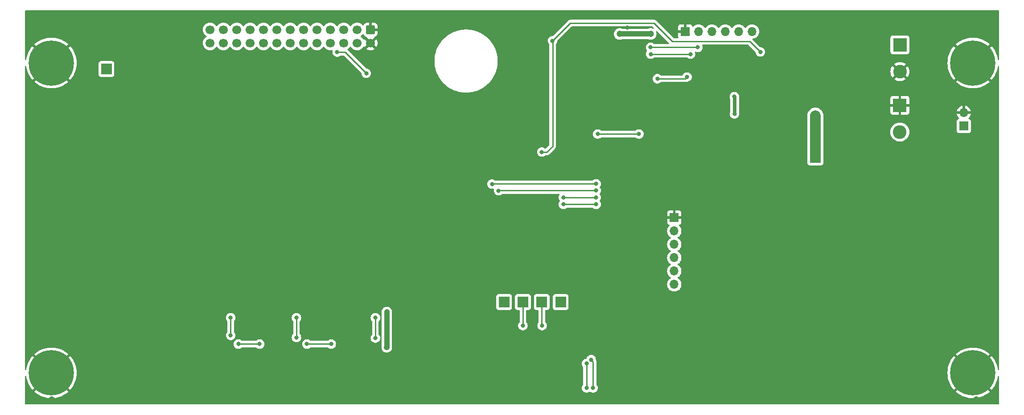
<source format=gbl>
G04 #@! TF.GenerationSoftware,KiCad,Pcbnew,7.0.9*
G04 #@! TF.CreationDate,2023-12-07T14:07:32+01:00*
G04 #@! TF.ProjectId,ESP32-S3_flipdot,45535033-322d-4533-935f-666c6970646f,rev?*
G04 #@! TF.SameCoordinates,Original*
G04 #@! TF.FileFunction,Copper,L2,Bot*
G04 #@! TF.FilePolarity,Positive*
%FSLAX46Y46*%
G04 Gerber Fmt 4.6, Leading zero omitted, Abs format (unit mm)*
G04 Created by KiCad (PCBNEW 7.0.9) date 2023-12-07 14:07:32*
%MOMM*%
%LPD*%
G01*
G04 APERTURE LIST*
G04 Aperture macros list*
%AMRoundRect*
0 Rectangle with rounded corners*
0 $1 Rounding radius*
0 $2 $3 $4 $5 $6 $7 $8 $9 X,Y pos of 4 corners*
0 Add a 4 corners polygon primitive as box body*
4,1,4,$2,$3,$4,$5,$6,$7,$8,$9,$2,$3,0*
0 Add four circle primitives for the rounded corners*
1,1,$1+$1,$2,$3*
1,1,$1+$1,$4,$5*
1,1,$1+$1,$6,$7*
1,1,$1+$1,$8,$9*
0 Add four rect primitives between the rounded corners*
20,1,$1+$1,$2,$3,$4,$5,0*
20,1,$1+$1,$4,$5,$6,$7,0*
20,1,$1+$1,$6,$7,$8,$9,0*
20,1,$1+$1,$8,$9,$2,$3,0*%
G04 Aperture macros list end*
G04 #@! TA.AperFunction,ComponentPad*
%ADD10C,8.600000*%
G04 #@! TD*
G04 #@! TA.AperFunction,ComponentPad*
%ADD11R,2.000000X2.000000*%
G04 #@! TD*
G04 #@! TA.AperFunction,ComponentPad*
%ADD12R,1.700000X1.700000*%
G04 #@! TD*
G04 #@! TA.AperFunction,ComponentPad*
%ADD13O,1.700000X1.700000*%
G04 #@! TD*
G04 #@! TA.AperFunction,ComponentPad*
%ADD14R,2.600000X2.600000*%
G04 #@! TD*
G04 #@! TA.AperFunction,ComponentPad*
%ADD15C,2.600000*%
G04 #@! TD*
G04 #@! TA.AperFunction,ComponentPad*
%ADD16RoundRect,0.250000X-0.600000X0.600000X-0.600000X-0.600000X0.600000X-0.600000X0.600000X0.600000X0*%
G04 #@! TD*
G04 #@! TA.AperFunction,ComponentPad*
%ADD17C,1.700000*%
G04 #@! TD*
G04 #@! TA.AperFunction,ViaPad*
%ADD18C,1.200000*%
G04 #@! TD*
G04 #@! TA.AperFunction,ViaPad*
%ADD19C,0.800000*%
G04 #@! TD*
G04 #@! TA.AperFunction,Conductor*
%ADD20C,1.000000*%
G04 #@! TD*
G04 #@! TA.AperFunction,Conductor*
%ADD21C,0.700000*%
G04 #@! TD*
G04 #@! TA.AperFunction,Conductor*
%ADD22C,0.250000*%
G04 #@! TD*
G04 #@! TA.AperFunction,Conductor*
%ADD23C,2.000000*%
G04 #@! TD*
G04 APERTURE END LIST*
D10*
X230000000Y-119000000D03*
D11*
X144550000Y-105500000D03*
D12*
X228300000Y-72000000D03*
D13*
X228300000Y-69460000D03*
D10*
X230000000Y-60000000D03*
D11*
X148133333Y-105500000D03*
D12*
X175360000Y-54000000D03*
D13*
X177900000Y-54000000D03*
X180440000Y-54000000D03*
X182980000Y-54000000D03*
X185520000Y-54000000D03*
X188060000Y-54000000D03*
D14*
X216140000Y-68060000D03*
D15*
X216140000Y-73140000D03*
D16*
X115615000Y-53665000D03*
D17*
X115615000Y-56205000D03*
X113075000Y-53665000D03*
X113075000Y-56205000D03*
X110535000Y-53665000D03*
X110535000Y-56205000D03*
X107995000Y-53665000D03*
X107995000Y-56205000D03*
X105455000Y-53665000D03*
X105455000Y-56205000D03*
X102915000Y-53665000D03*
X102915000Y-56205000D03*
X100375000Y-53665000D03*
X100375000Y-56205000D03*
X97835000Y-53665000D03*
X97835000Y-56205000D03*
X95295000Y-53665000D03*
X95295000Y-56205000D03*
X92755000Y-53665000D03*
X92755000Y-56205000D03*
X90215000Y-53665000D03*
X90215000Y-56205000D03*
X87675000Y-53665000D03*
X87675000Y-56205000D03*
X85135000Y-53665000D03*
X85135000Y-56205000D03*
D10*
X55000000Y-60000000D03*
D11*
X200100000Y-78000000D03*
X140966667Y-105500000D03*
D12*
X173300000Y-89440000D03*
D13*
X173300000Y-91980000D03*
X173300000Y-94520000D03*
X173300000Y-97060000D03*
X173300000Y-99600000D03*
X173300000Y-102140000D03*
D11*
X65450000Y-61150000D03*
X151716667Y-105500000D03*
D14*
X216160000Y-56550000D03*
D15*
X216160000Y-61630000D03*
D10*
X55000000Y-119000000D03*
D18*
X161410748Y-57532222D03*
X161410748Y-61738888D03*
X233820000Y-113327142D03*
X157792250Y-56130000D03*
X142851112Y-51160000D03*
X159571499Y-61738888D03*
X152454503Y-65945554D03*
X113567223Y-124030000D03*
X157792250Y-64543332D03*
X161410748Y-68750000D03*
D19*
X177390000Y-61120000D03*
D18*
X51140000Y-84180000D03*
X94070557Y-51160000D03*
X152454503Y-61738888D03*
X191631667Y-51160000D03*
X159571499Y-60336666D03*
X156013001Y-67347776D03*
X152454503Y-64543332D03*
X233820000Y-93895714D03*
X211128333Y-124030000D03*
X191616111Y-124030000D03*
X163130000Y-68750000D03*
X154233752Y-64543332D03*
D19*
X111605000Y-115010000D03*
D18*
X233820000Y-55032858D03*
X152607223Y-51160000D03*
X74558335Y-51160000D03*
D19*
X142160000Y-53050000D03*
D18*
X94055001Y-124030000D03*
D19*
X98587500Y-115030000D03*
D18*
X163130000Y-56130000D03*
X156013001Y-64543332D03*
D19*
X145370000Y-59900000D03*
D18*
X154233752Y-68750000D03*
X220900000Y-51160000D03*
X152454503Y-60336666D03*
X55046113Y-51160000D03*
X162363334Y-51160000D03*
D19*
X182410000Y-74100000D03*
X211040000Y-91020000D03*
D18*
X157890000Y-63150000D03*
X161410748Y-67347776D03*
X161410748Y-65945554D03*
X159571499Y-65945554D03*
X51140000Y-123042858D03*
X64786668Y-124030000D03*
X51140000Y-93895714D03*
X64802224Y-51160000D03*
D19*
X215320000Y-110920000D03*
D18*
X152591667Y-124030000D03*
D19*
X164330000Y-53230000D03*
D18*
X162347778Y-124030000D03*
D19*
X108100000Y-107500000D03*
D18*
X157792250Y-68750000D03*
X152454503Y-58934444D03*
X172103889Y-124030000D03*
X159571499Y-68750000D03*
X233820000Y-74464286D03*
X233820000Y-123042858D03*
X163130000Y-61738888D03*
X152454503Y-63141110D03*
X181860000Y-124030000D03*
X157792250Y-65945554D03*
X157890000Y-60345556D03*
X163130000Y-67347776D03*
D19*
X146550000Y-53080000D03*
X217660000Y-112010000D03*
X180520000Y-71000000D03*
D18*
X154233752Y-65945554D03*
X152454503Y-67347776D03*
X156013001Y-56130000D03*
X230656113Y-51160000D03*
D19*
X57080000Y-89840000D03*
X149790000Y-53210000D03*
D18*
X211143889Y-51160000D03*
X154233752Y-67347776D03*
X152454503Y-56130000D03*
X152454503Y-68750000D03*
X51140000Y-103611428D03*
X103811112Y-124030000D03*
X161410748Y-56130000D03*
X172119445Y-51160000D03*
X157792250Y-57532222D03*
X152454503Y-57532222D03*
X161410748Y-60336666D03*
X103826668Y-51160000D03*
X74542779Y-124030000D03*
D19*
X82970000Y-109400000D03*
D18*
X233820000Y-64748572D03*
X51140000Y-64748572D03*
D19*
X166140000Y-78720000D03*
X96000000Y-106299996D03*
D18*
X163130000Y-60336666D03*
X133095001Y-51160000D03*
D19*
X85570000Y-115050000D03*
D18*
X51140000Y-74464286D03*
D19*
X178200000Y-77300000D03*
X148150000Y-78650000D03*
D18*
X84314446Y-51160000D03*
X163130000Y-64543332D03*
X156013001Y-68750000D03*
X84298890Y-124030000D03*
X201372222Y-124030000D03*
X133079445Y-124030000D03*
D19*
X67020000Y-115130000D03*
D18*
X159571499Y-57532222D03*
X181875556Y-51160000D03*
X123323334Y-124030000D03*
X51140000Y-55032858D03*
X154233752Y-57532222D03*
X159571499Y-56130000D03*
X163130000Y-58934444D03*
X123338890Y-51160000D03*
X159571499Y-64543332D03*
X142835556Y-124030000D03*
X51140000Y-113327142D03*
X159571499Y-67347776D03*
X161410748Y-63141110D03*
X230640557Y-124030000D03*
X159571499Y-63141110D03*
X163130000Y-63141110D03*
D19*
X170400000Y-81480000D03*
D18*
X159571499Y-58934444D03*
D19*
X179620000Y-61120000D03*
D18*
X233820000Y-103611428D03*
X161410748Y-58934444D03*
X157792250Y-67347776D03*
X156013001Y-65945554D03*
X163130000Y-65945554D03*
X55030557Y-124030000D03*
X163130000Y-57532222D03*
D19*
X178200000Y-74400000D03*
D18*
X157890000Y-58943334D03*
X220884444Y-124030000D03*
X233820000Y-84180000D03*
X201387778Y-51160000D03*
X156013001Y-57532222D03*
X157890000Y-61747778D03*
X113582779Y-51160000D03*
X161410748Y-64543332D03*
X154233752Y-56130000D03*
D19*
X184740000Y-69700000D03*
X184710000Y-66400000D03*
X118684236Y-114110496D03*
X118700000Y-107400000D03*
X157880000Y-121860000D03*
X157500000Y-116475000D03*
X150175000Y-55775000D03*
X148150000Y-76950000D03*
X189650000Y-57900000D03*
D18*
X168820000Y-54480000D03*
X162930000Y-54480000D03*
D19*
X168800000Y-57025000D03*
X177780000Y-57025000D03*
X176390000Y-58300000D03*
X168820000Y-58300000D03*
X170100000Y-63000000D03*
X175725000Y-62675000D03*
X101550000Y-108490000D03*
X101550000Y-112250000D03*
X116540000Y-112375000D03*
X116540000Y-108490000D03*
X89050000Y-108490000D03*
X89050000Y-111850000D03*
X166590000Y-73520000D03*
X158760000Y-73520000D03*
X144550000Y-110000000D03*
X148200000Y-110000000D03*
X158460000Y-84270000D03*
X139925000Y-84300000D03*
X158460000Y-83010000D03*
X138675000Y-83050000D03*
X152250000Y-85600000D03*
X158460000Y-85600000D03*
X158460000Y-86910000D03*
X152250000Y-86910000D03*
X156650000Y-121860000D03*
X156625000Y-117225000D03*
X200100000Y-70000000D03*
X114810000Y-61965000D03*
X109270000Y-57935000D03*
X108150000Y-113500000D03*
X103525500Y-113500000D03*
X94550000Y-113500000D03*
X90500000Y-113500000D03*
D20*
X118700000Y-107400000D02*
X118700000Y-114094732D01*
D21*
X184740000Y-69700000D02*
X184740000Y-66430000D01*
X184740000Y-66430000D02*
X184710000Y-66400000D01*
D20*
X118700000Y-114094732D02*
X118684236Y-114110496D01*
D22*
X157880000Y-121860000D02*
X157880000Y-116855000D01*
X157880000Y-116855000D02*
X157500000Y-116475000D01*
X148150000Y-76950000D02*
X149080000Y-76950000D01*
X150190000Y-75840000D02*
X150190000Y-55790000D01*
X187630000Y-55880000D02*
X189650000Y-57900000D01*
X149080000Y-76950000D02*
X150190000Y-75840000D01*
X172890000Y-55880000D02*
X187630000Y-55880000D01*
X169415000Y-52405000D02*
X172890000Y-55880000D01*
X153545000Y-52405000D02*
X169415000Y-52405000D01*
X150175000Y-55775000D02*
X153545000Y-52405000D01*
X150190000Y-55790000D02*
X150175000Y-55775000D01*
D20*
X162930000Y-54480000D02*
X168820000Y-54480000D01*
D22*
X168800000Y-57025000D02*
X177780000Y-57025000D01*
X176390000Y-58300000D02*
X168820000Y-58300000D01*
X170100000Y-63000000D02*
X175400000Y-63000000D01*
X175400000Y-63000000D02*
X175725000Y-62675000D01*
X101540000Y-108490000D02*
X101550000Y-108500000D01*
X101550000Y-108500000D02*
X101550000Y-112250000D01*
X116540000Y-108490000D02*
X116540000Y-112375000D01*
X89050000Y-111850000D02*
X89050000Y-108225000D01*
X166590000Y-73520000D02*
X158760000Y-73520000D01*
X144550000Y-110000000D02*
X144550000Y-105500000D01*
X148133333Y-109933333D02*
X148133333Y-105500000D01*
X148200000Y-110000000D02*
X148133333Y-109933333D01*
X158460000Y-84270000D02*
X139955000Y-84270000D01*
X139955000Y-84270000D02*
X139925000Y-84300000D01*
X158185000Y-84285000D02*
X158200000Y-84270000D01*
X158460000Y-83010000D02*
X138715000Y-83010000D01*
X138715000Y-83010000D02*
X138675000Y-83050000D01*
X152295000Y-85415000D02*
X152205000Y-85325000D01*
X158460000Y-85600000D02*
X152250000Y-85600000D01*
X152212500Y-85325000D02*
X152287500Y-85400000D01*
X158445000Y-86917500D02*
X158460000Y-86902500D01*
X152250000Y-86910000D02*
X158445000Y-86910000D01*
X156650000Y-121799500D02*
X156650000Y-117250000D01*
X156650000Y-117250000D02*
X156625000Y-117225000D01*
D23*
X200100000Y-78000000D02*
X200100000Y-70000000D01*
D22*
X110780000Y-57935000D02*
X109270000Y-57935000D01*
X114810000Y-61965000D02*
X110780000Y-57935000D01*
X103525500Y-113500000D02*
X108150000Y-113500000D01*
X90500000Y-113500000D02*
X94550000Y-113500000D01*
G04 #@! TA.AperFunction,Conductor*
G36*
X114302418Y-54531607D02*
G01*
X114327713Y-54575283D01*
X114330640Y-54584117D01*
X114330643Y-54584124D01*
X114422684Y-54733345D01*
X114546654Y-54857315D01*
X114695875Y-54949356D01*
X114695882Y-54949359D01*
X114768075Y-54973281D01*
X114825520Y-55013053D01*
X114852344Y-55077569D01*
X114852463Y-55088910D01*
X115482466Y-55718913D01*
X115472685Y-55720320D01*
X115341900Y-55780048D01*
X115233239Y-55874202D01*
X115155507Y-55995156D01*
X115131923Y-56075476D01*
X114500073Y-55443626D01*
X114446881Y-55519594D01*
X114392304Y-55563219D01*
X114322806Y-55570413D01*
X114260451Y-55538891D01*
X114243730Y-55519594D01*
X114113494Y-55333597D01*
X113946402Y-55166506D01*
X113946396Y-55166501D01*
X113760842Y-55036575D01*
X113717217Y-54981998D01*
X113710023Y-54912500D01*
X113741546Y-54850145D01*
X113760842Y-54833425D01*
X113825270Y-54788312D01*
X113946401Y-54703495D01*
X114113495Y-54536401D01*
X114113505Y-54536385D01*
X114115015Y-54534588D01*
X114115890Y-54534005D01*
X114117323Y-54532573D01*
X114117610Y-54532860D01*
X114173185Y-54495884D01*
X114243046Y-54494772D01*
X114302418Y-54531607D01*
G37*
G04 #@! TD.AperFunction*
G04 #@! TA.AperFunction,Conductor*
G36*
X234942539Y-50020185D02*
G01*
X234988294Y-50072989D01*
X234999500Y-50124500D01*
X234999500Y-59309978D01*
X234979815Y-59377017D01*
X234927011Y-59422772D01*
X234857853Y-59432716D01*
X234794297Y-59403691D01*
X234756523Y-59344913D01*
X234752622Y-59326623D01*
X234727621Y-59142061D01*
X234631686Y-58721741D01*
X234498457Y-58311703D01*
X234498454Y-58311695D01*
X234329014Y-57915269D01*
X234329010Y-57915261D01*
X234124705Y-57535600D01*
X233887200Y-57175792D01*
X233887199Y-57175791D01*
X233618391Y-56838717D01*
X233567774Y-56785776D01*
X231686894Y-58666656D01*
X231574969Y-58529082D01*
X231360010Y-58328324D01*
X231335453Y-58310990D01*
X233213121Y-56433323D01*
X232995772Y-56243430D01*
X232995755Y-56243417D01*
X232646975Y-55990013D01*
X232276859Y-55768879D01*
X232276853Y-55768876D01*
X231888430Y-55581821D01*
X231888416Y-55581815D01*
X231484790Y-55430332D01*
X231484765Y-55430324D01*
X231069183Y-55315630D01*
X230644976Y-55238648D01*
X230215564Y-55200000D01*
X229784435Y-55200000D01*
X229355023Y-55238648D01*
X228930816Y-55315630D01*
X228515234Y-55430324D01*
X228515209Y-55430332D01*
X228111583Y-55581815D01*
X228111569Y-55581821D01*
X227723146Y-55768876D01*
X227723140Y-55768879D01*
X227353024Y-55990013D01*
X227004235Y-56243423D01*
X226786877Y-56433322D01*
X226786877Y-56433323D01*
X228664545Y-58310991D01*
X228639990Y-58328324D01*
X228425031Y-58529082D01*
X228313104Y-58666657D01*
X226432223Y-56785777D01*
X226381624Y-56838699D01*
X226381612Y-56838712D01*
X226112800Y-57175791D01*
X226112799Y-57175792D01*
X225875294Y-57535600D01*
X225670989Y-57915261D01*
X225670985Y-57915269D01*
X225501545Y-58311695D01*
X225501542Y-58311703D01*
X225368313Y-58721741D01*
X225272378Y-59142061D01*
X225214505Y-59569298D01*
X225214504Y-59569307D01*
X225195162Y-59999996D01*
X225195162Y-60000003D01*
X225214504Y-60430692D01*
X225214505Y-60430701D01*
X225272378Y-60857938D01*
X225368313Y-61278258D01*
X225501542Y-61688296D01*
X225501545Y-61688304D01*
X225670985Y-62084730D01*
X225670989Y-62084738D01*
X225875294Y-62464399D01*
X226112799Y-62824207D01*
X226112800Y-62824208D01*
X226381608Y-63161282D01*
X226432223Y-63214221D01*
X228313103Y-61333341D01*
X228425031Y-61470918D01*
X228639990Y-61671676D01*
X228664544Y-61689008D01*
X226786877Y-63566675D01*
X227004227Y-63756569D01*
X227004244Y-63756582D01*
X227353024Y-64009986D01*
X227723140Y-64231120D01*
X227723146Y-64231123D01*
X228111569Y-64418178D01*
X228111583Y-64418184D01*
X228515209Y-64569667D01*
X228515234Y-64569675D01*
X228930816Y-64684369D01*
X229355023Y-64761351D01*
X229784435Y-64799999D01*
X229784438Y-64800000D01*
X230215562Y-64800000D01*
X230215564Y-64799999D01*
X230644976Y-64761351D01*
X231069183Y-64684369D01*
X231484765Y-64569675D01*
X231484790Y-64569667D01*
X231888416Y-64418184D01*
X231888430Y-64418178D01*
X232276853Y-64231123D01*
X232276859Y-64231120D01*
X232646975Y-64009986D01*
X232995755Y-63756582D01*
X232995772Y-63756569D01*
X233213121Y-63566675D01*
X231335455Y-61689008D01*
X231360010Y-61671676D01*
X231574969Y-61470918D01*
X231686895Y-61333342D01*
X233567775Y-63214222D01*
X233567776Y-63214222D01*
X233618386Y-63161289D01*
X233618386Y-63161288D01*
X233887199Y-62824208D01*
X233887200Y-62824207D01*
X234124705Y-62464399D01*
X234329010Y-62084738D01*
X234329014Y-62084730D01*
X234498454Y-61688304D01*
X234498457Y-61688296D01*
X234631686Y-61278258D01*
X234727621Y-60857938D01*
X234752622Y-60673376D01*
X234781128Y-60609586D01*
X234839595Y-60571333D01*
X234909463Y-60570763D01*
X234968547Y-60608056D01*
X234998090Y-60671373D01*
X234999500Y-60690021D01*
X234999500Y-118309978D01*
X234979815Y-118377017D01*
X234927011Y-118422772D01*
X234857853Y-118432716D01*
X234794297Y-118403691D01*
X234756523Y-118344913D01*
X234752622Y-118326623D01*
X234727621Y-118142061D01*
X234631686Y-117721741D01*
X234498457Y-117311703D01*
X234498454Y-117311695D01*
X234329014Y-116915269D01*
X234329010Y-116915261D01*
X234124705Y-116535600D01*
X233887200Y-116175792D01*
X233887199Y-116175791D01*
X233618391Y-115838717D01*
X233567774Y-115785776D01*
X231686894Y-117666656D01*
X231574969Y-117529082D01*
X231360010Y-117328324D01*
X231335453Y-117310990D01*
X233213121Y-115433323D01*
X232995772Y-115243430D01*
X232995755Y-115243417D01*
X232646975Y-114990013D01*
X232276859Y-114768879D01*
X232276853Y-114768876D01*
X231888430Y-114581821D01*
X231888416Y-114581815D01*
X231484790Y-114430332D01*
X231484765Y-114430324D01*
X231069183Y-114315630D01*
X230644976Y-114238648D01*
X230215564Y-114200000D01*
X229784435Y-114200000D01*
X229355023Y-114238648D01*
X228930816Y-114315630D01*
X228515234Y-114430324D01*
X228515209Y-114430332D01*
X228111583Y-114581815D01*
X228111569Y-114581821D01*
X227723146Y-114768876D01*
X227723140Y-114768879D01*
X227353024Y-114990013D01*
X227004235Y-115243423D01*
X226786877Y-115433322D01*
X226786877Y-115433323D01*
X228664545Y-117310991D01*
X228639990Y-117328324D01*
X228425031Y-117529082D01*
X228313104Y-117666657D01*
X226432223Y-115785777D01*
X226381624Y-115838699D01*
X226381612Y-115838712D01*
X226112800Y-116175791D01*
X226112799Y-116175792D01*
X225875294Y-116535600D01*
X225670989Y-116915261D01*
X225670985Y-116915269D01*
X225501545Y-117311695D01*
X225501542Y-117311703D01*
X225368313Y-117721741D01*
X225272378Y-118142061D01*
X225214505Y-118569298D01*
X225214504Y-118569307D01*
X225195162Y-118999996D01*
X225195162Y-119000003D01*
X225214504Y-119430692D01*
X225214505Y-119430701D01*
X225272378Y-119857938D01*
X225368313Y-120278258D01*
X225501542Y-120688296D01*
X225501545Y-120688304D01*
X225670985Y-121084730D01*
X225670989Y-121084738D01*
X225875294Y-121464399D01*
X226112799Y-121824207D01*
X226112800Y-121824208D01*
X226381608Y-122161282D01*
X226432223Y-122214221D01*
X228313103Y-120333341D01*
X228425031Y-120470918D01*
X228639990Y-120671676D01*
X228664544Y-120689008D01*
X226786877Y-122566675D01*
X227004227Y-122756569D01*
X227004244Y-122756582D01*
X227353024Y-123009986D01*
X227723140Y-123231120D01*
X227723146Y-123231123D01*
X228111569Y-123418178D01*
X228111583Y-123418184D01*
X228515209Y-123569667D01*
X228515234Y-123569675D01*
X228930816Y-123684369D01*
X229355023Y-123761351D01*
X229784435Y-123799999D01*
X229784438Y-123800000D01*
X230215562Y-123800000D01*
X230215564Y-123799999D01*
X230644976Y-123761351D01*
X231069183Y-123684369D01*
X231484765Y-123569675D01*
X231484790Y-123569667D01*
X231888416Y-123418184D01*
X231888430Y-123418178D01*
X232276853Y-123231123D01*
X232276859Y-123231120D01*
X232646975Y-123009986D01*
X232995755Y-122756582D01*
X232995772Y-122756569D01*
X233213121Y-122566675D01*
X231335455Y-120689008D01*
X231360010Y-120671676D01*
X231574969Y-120470918D01*
X231686895Y-120333342D01*
X233567775Y-122214222D01*
X233567776Y-122214222D01*
X233618386Y-122161289D01*
X233618386Y-122161288D01*
X233887199Y-121824208D01*
X233887200Y-121824207D01*
X234124705Y-121464399D01*
X234329010Y-121084738D01*
X234329014Y-121084730D01*
X234498454Y-120688304D01*
X234498457Y-120688296D01*
X234631686Y-120278258D01*
X234727621Y-119857938D01*
X234752622Y-119673376D01*
X234781128Y-119609586D01*
X234839595Y-119571333D01*
X234909463Y-119570763D01*
X234968547Y-119608056D01*
X234998090Y-119671373D01*
X234999500Y-119690021D01*
X234999500Y-124875500D01*
X234979815Y-124942539D01*
X234927011Y-124988294D01*
X234875500Y-124999500D01*
X50124500Y-124999500D01*
X50057461Y-124979815D01*
X50011706Y-124927011D01*
X50000500Y-124875500D01*
X50000500Y-119690021D01*
X50020185Y-119622982D01*
X50072989Y-119577227D01*
X50142147Y-119567283D01*
X50205703Y-119596308D01*
X50243477Y-119655086D01*
X50247378Y-119673376D01*
X50272378Y-119857938D01*
X50368313Y-120278258D01*
X50501542Y-120688296D01*
X50501545Y-120688304D01*
X50670985Y-121084730D01*
X50670989Y-121084738D01*
X50875294Y-121464399D01*
X51112799Y-121824207D01*
X51112800Y-121824208D01*
X51381608Y-122161282D01*
X51432223Y-122214221D01*
X53313103Y-120333341D01*
X53425031Y-120470918D01*
X53639990Y-120671676D01*
X53664544Y-120689008D01*
X51786877Y-122566675D01*
X52004227Y-122756569D01*
X52004244Y-122756582D01*
X52353024Y-123009986D01*
X52723140Y-123231120D01*
X52723146Y-123231123D01*
X53111569Y-123418178D01*
X53111583Y-123418184D01*
X53515209Y-123569667D01*
X53515234Y-123569675D01*
X53930816Y-123684369D01*
X54355023Y-123761351D01*
X54784435Y-123799999D01*
X54784438Y-123800000D01*
X55215562Y-123800000D01*
X55215564Y-123799999D01*
X55644976Y-123761351D01*
X56069183Y-123684369D01*
X56484765Y-123569675D01*
X56484790Y-123569667D01*
X56888416Y-123418184D01*
X56888430Y-123418178D01*
X57276853Y-123231123D01*
X57276859Y-123231120D01*
X57646975Y-123009986D01*
X57995755Y-122756582D01*
X57995772Y-122756569D01*
X58213121Y-122566675D01*
X56335455Y-120689008D01*
X56360010Y-120671676D01*
X56574969Y-120470918D01*
X56686895Y-120333342D01*
X58567775Y-122214222D01*
X58567776Y-122214222D01*
X58618386Y-122161289D01*
X58618386Y-122161288D01*
X58887199Y-121824208D01*
X58887200Y-121824207D01*
X59124705Y-121464399D01*
X59329010Y-121084738D01*
X59329014Y-121084730D01*
X59498454Y-120688304D01*
X59498457Y-120688296D01*
X59631686Y-120278258D01*
X59727621Y-119857938D01*
X59785494Y-119430701D01*
X59785495Y-119430692D01*
X59804838Y-119000003D01*
X59804838Y-118999996D01*
X59785495Y-118569307D01*
X59785494Y-118569298D01*
X59727621Y-118142061D01*
X59631686Y-117721741D01*
X59498457Y-117311703D01*
X59498454Y-117311695D01*
X59461399Y-117225000D01*
X155719540Y-117225000D01*
X155739326Y-117413256D01*
X155739327Y-117413259D01*
X155797818Y-117593277D01*
X155797821Y-117593284D01*
X155892467Y-117757216D01*
X155892489Y-117757240D01*
X155992650Y-117868480D01*
X156022880Y-117931471D01*
X156024500Y-117951452D01*
X156024500Y-121161312D01*
X156004815Y-121228351D01*
X155992650Y-121244284D01*
X155917466Y-121327784D01*
X155822821Y-121491715D01*
X155822818Y-121491722D01*
X155764327Y-121671740D01*
X155764326Y-121671744D01*
X155744540Y-121860000D01*
X155764326Y-122048256D01*
X155764327Y-122048259D01*
X155822818Y-122228277D01*
X155822821Y-122228284D01*
X155917467Y-122392216D01*
X156035000Y-122522749D01*
X156044129Y-122532888D01*
X156197265Y-122644148D01*
X156197270Y-122644151D01*
X156370192Y-122721142D01*
X156370197Y-122721144D01*
X156555354Y-122760500D01*
X156555355Y-122760500D01*
X156744644Y-122760500D01*
X156744646Y-122760500D01*
X156929803Y-122721144D01*
X157102730Y-122644151D01*
X157192116Y-122579208D01*
X157257921Y-122555729D01*
X157325974Y-122571554D01*
X157337874Y-122579201D01*
X157427266Y-122644148D01*
X157427270Y-122644151D01*
X157600192Y-122721142D01*
X157600197Y-122721144D01*
X157785354Y-122760500D01*
X157785355Y-122760500D01*
X157974644Y-122760500D01*
X157974646Y-122760500D01*
X158159803Y-122721144D01*
X158332730Y-122644151D01*
X158485871Y-122532888D01*
X158612533Y-122392216D01*
X158707179Y-122228284D01*
X158765674Y-122048256D01*
X158785460Y-121860000D01*
X158765674Y-121671744D01*
X158707179Y-121491716D01*
X158612533Y-121327784D01*
X158537350Y-121244284D01*
X158507120Y-121181292D01*
X158505500Y-121161312D01*
X158505500Y-116937738D01*
X158507224Y-116922124D01*
X158506938Y-116922097D01*
X158507672Y-116914334D01*
X158505500Y-116845203D01*
X158505500Y-116815651D01*
X158505500Y-116815650D01*
X158504629Y-116808759D01*
X158504172Y-116802945D01*
X158502709Y-116756372D01*
X158497122Y-116737144D01*
X158493174Y-116718084D01*
X158490664Y-116698208D01*
X158473507Y-116654875D01*
X158471619Y-116649359D01*
X158458619Y-116604612D01*
X158448418Y-116587363D01*
X158439860Y-116569894D01*
X158432486Y-116551268D01*
X158432483Y-116551264D01*
X158432483Y-116551263D01*
X158429141Y-116546663D01*
X158405662Y-116480856D01*
X158405507Y-116475460D01*
X158405459Y-116475006D01*
X158405460Y-116475000D01*
X158385674Y-116286744D01*
X158327179Y-116106716D01*
X158232533Y-115942784D01*
X158105871Y-115802112D01*
X158083388Y-115785777D01*
X157952734Y-115690851D01*
X157952729Y-115690848D01*
X157779807Y-115613857D01*
X157779802Y-115613855D01*
X157634001Y-115582865D01*
X157594646Y-115574500D01*
X157405354Y-115574500D01*
X157372897Y-115581398D01*
X157220197Y-115613855D01*
X157220192Y-115613857D01*
X157047270Y-115690848D01*
X157047265Y-115690851D01*
X156894129Y-115802111D01*
X156767466Y-115942785D01*
X156672821Y-116106715D01*
X156672819Y-116106719D01*
X156629477Y-116240113D01*
X156590039Y-116297788D01*
X156536160Y-116320557D01*
X156536711Y-116323149D01*
X156530355Y-116324500D01*
X156530354Y-116324500D01*
X156503400Y-116330228D01*
X156345197Y-116363855D01*
X156345192Y-116363857D01*
X156172270Y-116440848D01*
X156172265Y-116440851D01*
X156019129Y-116552111D01*
X155892466Y-116692785D01*
X155797821Y-116856715D01*
X155797818Y-116856722D01*
X155739327Y-117036740D01*
X155739326Y-117036744D01*
X155719540Y-117225000D01*
X59461399Y-117225000D01*
X59329014Y-116915269D01*
X59329010Y-116915261D01*
X59124705Y-116535600D01*
X58887200Y-116175792D01*
X58887199Y-116175791D01*
X58618391Y-115838717D01*
X58567774Y-115785776D01*
X56686894Y-117666656D01*
X56574969Y-117529082D01*
X56360010Y-117328324D01*
X56335453Y-117310990D01*
X58213121Y-115433323D01*
X57995772Y-115243430D01*
X57995755Y-115243417D01*
X57646975Y-114990013D01*
X57276859Y-114768879D01*
X57276853Y-114768876D01*
X56888430Y-114581821D01*
X56888416Y-114581815D01*
X56484790Y-114430332D01*
X56484765Y-114430324D01*
X56069183Y-114315630D01*
X55644976Y-114238648D01*
X55215564Y-114200000D01*
X54784435Y-114200000D01*
X54355023Y-114238648D01*
X53930816Y-114315630D01*
X53515234Y-114430324D01*
X53515209Y-114430332D01*
X53111583Y-114581815D01*
X53111569Y-114581821D01*
X52723146Y-114768876D01*
X52723140Y-114768879D01*
X52353024Y-114990013D01*
X52004235Y-115243423D01*
X51786877Y-115433322D01*
X51786877Y-115433323D01*
X53664545Y-117310991D01*
X53639990Y-117328324D01*
X53425031Y-117529082D01*
X53313104Y-117666657D01*
X51432224Y-115785777D01*
X51432223Y-115785777D01*
X51381624Y-115838699D01*
X51381612Y-115838712D01*
X51112800Y-116175791D01*
X51112799Y-116175792D01*
X50875294Y-116535600D01*
X50670989Y-116915261D01*
X50670985Y-116915269D01*
X50501545Y-117311695D01*
X50501542Y-117311703D01*
X50368313Y-117721741D01*
X50272378Y-118142061D01*
X50247378Y-118326623D01*
X50218872Y-118390413D01*
X50160404Y-118428666D01*
X50090537Y-118429236D01*
X50031453Y-118391943D01*
X50001910Y-118328626D01*
X50000500Y-118309978D01*
X50000500Y-113500000D01*
X89594540Y-113500000D01*
X89614326Y-113688256D01*
X89614327Y-113688259D01*
X89672818Y-113868277D01*
X89672821Y-113868284D01*
X89767467Y-114032216D01*
X89869185Y-114145185D01*
X89894129Y-114172888D01*
X90047265Y-114284148D01*
X90047270Y-114284151D01*
X90220192Y-114361142D01*
X90220197Y-114361144D01*
X90405354Y-114400500D01*
X90405355Y-114400500D01*
X90594644Y-114400500D01*
X90594646Y-114400500D01*
X90779803Y-114361144D01*
X90952730Y-114284151D01*
X91105871Y-114172888D01*
X91108788Y-114169647D01*
X91111600Y-114166526D01*
X91171087Y-114129879D01*
X91203748Y-114125500D01*
X93846252Y-114125500D01*
X93913291Y-114145185D01*
X93938400Y-114166526D01*
X93944126Y-114172885D01*
X93944130Y-114172889D01*
X94097265Y-114284148D01*
X94097270Y-114284151D01*
X94270192Y-114361142D01*
X94270197Y-114361144D01*
X94455354Y-114400500D01*
X94455355Y-114400500D01*
X94644644Y-114400500D01*
X94644646Y-114400500D01*
X94829803Y-114361144D01*
X95002730Y-114284151D01*
X95155871Y-114172888D01*
X95282533Y-114032216D01*
X95377179Y-113868284D01*
X95435674Y-113688256D01*
X95455460Y-113500000D01*
X102620040Y-113500000D01*
X102639826Y-113688256D01*
X102639827Y-113688259D01*
X102698318Y-113868277D01*
X102698321Y-113868284D01*
X102792967Y-114032216D01*
X102894685Y-114145185D01*
X102919629Y-114172888D01*
X103072765Y-114284148D01*
X103072770Y-114284151D01*
X103245692Y-114361142D01*
X103245697Y-114361144D01*
X103430854Y-114400500D01*
X103430855Y-114400500D01*
X103620144Y-114400500D01*
X103620146Y-114400500D01*
X103805303Y-114361144D01*
X103978230Y-114284151D01*
X104131371Y-114172888D01*
X104134288Y-114169647D01*
X104137100Y-114166526D01*
X104196587Y-114129879D01*
X104229248Y-114125500D01*
X107446252Y-114125500D01*
X107513291Y-114145185D01*
X107538400Y-114166526D01*
X107544126Y-114172885D01*
X107544130Y-114172889D01*
X107697265Y-114284148D01*
X107697270Y-114284151D01*
X107870192Y-114361142D01*
X107870197Y-114361144D01*
X108055354Y-114400500D01*
X108055355Y-114400500D01*
X108244644Y-114400500D01*
X108244646Y-114400500D01*
X108429803Y-114361144D01*
X108602730Y-114284151D01*
X108755871Y-114172888D01*
X108789110Y-114135973D01*
X117678898Y-114135973D01*
X117704604Y-114337817D01*
X117704606Y-114337825D01*
X117770419Y-114530366D01*
X117770425Y-114530378D01*
X117873642Y-114705717D01*
X117873647Y-114705724D01*
X118010056Y-114856708D01*
X118174064Y-114977142D01*
X118174068Y-114977144D01*
X118174069Y-114977145D01*
X118358968Y-115062101D01*
X118424692Y-115077353D01*
X118557181Y-115108099D01*
X118760594Y-115113253D01*
X118760594Y-115113252D01*
X118760599Y-115113253D01*
X118940089Y-115081082D01*
X118960884Y-115077355D01*
X118960884Y-115077354D01*
X118960889Y-115077354D01*
X119149853Y-115001873D01*
X119167849Y-114990013D01*
X119319752Y-114889900D01*
X119319752Y-114889899D01*
X119319755Y-114889898D01*
X119398487Y-114811165D01*
X119463053Y-114749791D01*
X119498112Y-114699418D01*
X119500925Y-114695689D01*
X119539698Y-114648139D01*
X119555607Y-114617680D01*
X119559667Y-114610980D01*
X119579295Y-114582781D01*
X119603492Y-114526392D01*
X119605498Y-114522167D01*
X119633909Y-114467781D01*
X119643360Y-114434747D01*
X119645991Y-114427360D01*
X119659540Y-114395790D01*
X119671893Y-114335672D01*
X119673006Y-114331144D01*
X119689887Y-114272150D01*
X119692495Y-114237887D01*
X119693587Y-114230108D01*
X119700500Y-114196471D01*
X119700500Y-114135133D01*
X119700679Y-114130424D01*
X119705337Y-114069257D01*
X119700997Y-114035173D01*
X119700500Y-114027334D01*
X119700500Y-107349256D01*
X119685074Y-107197560D01*
X119624162Y-107003420D01*
X119624160Y-107003416D01*
X119624159Y-107003412D01*
X119525409Y-106825498D01*
X119525408Y-106825497D01*
X119525407Y-106825495D01*
X119392867Y-106671106D01*
X119392865Y-106671104D01*
X119233662Y-106547870D01*
X139466167Y-106547870D01*
X139466168Y-106547876D01*
X139472575Y-106607483D01*
X139522869Y-106742328D01*
X139522873Y-106742335D01*
X139609119Y-106857544D01*
X139609122Y-106857547D01*
X139724331Y-106943793D01*
X139724338Y-106943797D01*
X139859184Y-106994091D01*
X139859183Y-106994091D01*
X139866111Y-106994835D01*
X139918794Y-107000500D01*
X142014539Y-107000499D01*
X142074150Y-106994091D01*
X142208998Y-106943796D01*
X142324213Y-106857546D01*
X142410463Y-106742331D01*
X142460758Y-106607483D01*
X142467167Y-106547873D01*
X142467167Y-106547870D01*
X143049500Y-106547870D01*
X143049501Y-106547876D01*
X143055908Y-106607483D01*
X143106202Y-106742328D01*
X143106206Y-106742335D01*
X143192452Y-106857544D01*
X143192455Y-106857547D01*
X143307664Y-106943793D01*
X143307671Y-106943797D01*
X143352618Y-106960561D01*
X143442517Y-106994091D01*
X143502127Y-107000500D01*
X143800500Y-107000499D01*
X143867539Y-107020183D01*
X143913294Y-107072987D01*
X143924500Y-107124499D01*
X143924500Y-109301312D01*
X143904815Y-109368351D01*
X143892650Y-109384284D01*
X143817466Y-109467784D01*
X143722821Y-109631715D01*
X143722818Y-109631722D01*
X143664327Y-109811740D01*
X143664326Y-109811744D01*
X143644540Y-110000000D01*
X143664326Y-110188256D01*
X143664327Y-110188259D01*
X143722818Y-110368277D01*
X143722821Y-110368284D01*
X143817467Y-110532216D01*
X143944129Y-110672888D01*
X144097265Y-110784148D01*
X144097270Y-110784151D01*
X144270192Y-110861142D01*
X144270197Y-110861144D01*
X144455354Y-110900500D01*
X144455355Y-110900500D01*
X144644644Y-110900500D01*
X144644646Y-110900500D01*
X144829803Y-110861144D01*
X145002730Y-110784151D01*
X145155871Y-110672888D01*
X145282533Y-110532216D01*
X145377179Y-110368284D01*
X145435674Y-110188256D01*
X145455460Y-110000000D01*
X145435674Y-109811744D01*
X145377179Y-109631716D01*
X145282533Y-109467784D01*
X145242167Y-109422953D01*
X145207350Y-109384284D01*
X145177120Y-109321292D01*
X145175500Y-109301312D01*
X145175500Y-107124499D01*
X145195185Y-107057460D01*
X145247989Y-107011705D01*
X145299500Y-107000499D01*
X145597871Y-107000499D01*
X145597872Y-107000499D01*
X145657483Y-106994091D01*
X145792331Y-106943796D01*
X145907546Y-106857546D01*
X145993796Y-106742331D01*
X146044091Y-106607483D01*
X146050500Y-106547873D01*
X146050500Y-106547870D01*
X146632833Y-106547870D01*
X146632834Y-106547876D01*
X146639241Y-106607483D01*
X146689535Y-106742328D01*
X146689539Y-106742335D01*
X146775785Y-106857544D01*
X146775788Y-106857547D01*
X146890997Y-106943793D01*
X146891004Y-106943797D01*
X146935951Y-106960561D01*
X147025850Y-106994091D01*
X147085460Y-107000500D01*
X147383833Y-107000499D01*
X147450872Y-107020183D01*
X147496627Y-107072987D01*
X147507833Y-107124499D01*
X147507833Y-109375354D01*
X147488148Y-109442393D01*
X147475983Y-109458326D01*
X147467466Y-109467785D01*
X147372821Y-109631715D01*
X147372818Y-109631722D01*
X147314327Y-109811740D01*
X147314326Y-109811744D01*
X147294540Y-110000000D01*
X147314326Y-110188256D01*
X147314327Y-110188259D01*
X147372818Y-110368277D01*
X147372821Y-110368284D01*
X147467467Y-110532216D01*
X147594129Y-110672888D01*
X147747265Y-110784148D01*
X147747270Y-110784151D01*
X147920192Y-110861142D01*
X147920197Y-110861144D01*
X148105354Y-110900500D01*
X148105355Y-110900500D01*
X148294644Y-110900500D01*
X148294646Y-110900500D01*
X148479803Y-110861144D01*
X148652730Y-110784151D01*
X148805871Y-110672888D01*
X148932533Y-110532216D01*
X149027179Y-110368284D01*
X149085674Y-110188256D01*
X149105460Y-110000000D01*
X149085674Y-109811744D01*
X149027179Y-109631716D01*
X148932533Y-109467784D01*
X148805871Y-109327112D01*
X148805870Y-109327111D01*
X148801042Y-109322764D01*
X148802794Y-109320817D01*
X148767258Y-109274682D01*
X148758833Y-109229755D01*
X148758833Y-107124499D01*
X148778518Y-107057460D01*
X148831322Y-107011705D01*
X148882833Y-107000499D01*
X149181204Y-107000499D01*
X149181205Y-107000499D01*
X149240816Y-106994091D01*
X149375664Y-106943796D01*
X149490879Y-106857546D01*
X149577129Y-106742331D01*
X149627424Y-106607483D01*
X149633833Y-106547873D01*
X149633833Y-106547870D01*
X150216167Y-106547870D01*
X150216168Y-106547876D01*
X150222575Y-106607483D01*
X150272869Y-106742328D01*
X150272873Y-106742335D01*
X150359119Y-106857544D01*
X150359122Y-106857547D01*
X150474331Y-106943793D01*
X150474338Y-106943797D01*
X150609184Y-106994091D01*
X150609183Y-106994091D01*
X150616111Y-106994835D01*
X150668794Y-107000500D01*
X152764539Y-107000499D01*
X152824150Y-106994091D01*
X152958998Y-106943796D01*
X153074213Y-106857546D01*
X153160463Y-106742331D01*
X153210758Y-106607483D01*
X153217167Y-106547873D01*
X153217166Y-104452128D01*
X153210758Y-104392517D01*
X153160463Y-104257669D01*
X153160462Y-104257668D01*
X153160460Y-104257664D01*
X153074214Y-104142455D01*
X153074211Y-104142452D01*
X152959002Y-104056206D01*
X152958995Y-104056202D01*
X152824149Y-104005908D01*
X152824150Y-104005908D01*
X152764550Y-103999501D01*
X152764548Y-103999500D01*
X152764540Y-103999500D01*
X152764531Y-103999500D01*
X150668796Y-103999500D01*
X150668790Y-103999501D01*
X150609183Y-104005908D01*
X150474338Y-104056202D01*
X150474331Y-104056206D01*
X150359122Y-104142452D01*
X150359119Y-104142455D01*
X150272873Y-104257664D01*
X150272869Y-104257671D01*
X150222575Y-104392517D01*
X150216168Y-104452116D01*
X150216168Y-104452123D01*
X150216167Y-104452135D01*
X150216167Y-106547870D01*
X149633833Y-106547870D01*
X149633832Y-104452128D01*
X149627424Y-104392517D01*
X149577129Y-104257669D01*
X149577128Y-104257668D01*
X149577126Y-104257664D01*
X149490880Y-104142455D01*
X149490877Y-104142452D01*
X149375668Y-104056206D01*
X149375661Y-104056202D01*
X149240815Y-104005908D01*
X149240816Y-104005908D01*
X149181216Y-103999501D01*
X149181214Y-103999500D01*
X149181206Y-103999500D01*
X149181197Y-103999500D01*
X147085462Y-103999500D01*
X147085456Y-103999501D01*
X147025849Y-104005908D01*
X146891004Y-104056202D01*
X146890997Y-104056206D01*
X146775788Y-104142452D01*
X146775785Y-104142455D01*
X146689539Y-104257664D01*
X146689535Y-104257671D01*
X146639241Y-104392517D01*
X146632834Y-104452116D01*
X146632834Y-104452123D01*
X146632833Y-104452135D01*
X146632833Y-106547870D01*
X146050500Y-106547870D01*
X146050499Y-104452128D01*
X146044091Y-104392517D01*
X145993796Y-104257669D01*
X145993795Y-104257668D01*
X145993793Y-104257664D01*
X145907547Y-104142455D01*
X145907544Y-104142452D01*
X145792335Y-104056206D01*
X145792328Y-104056202D01*
X145657482Y-104005908D01*
X145657483Y-104005908D01*
X145597883Y-103999501D01*
X145597881Y-103999500D01*
X145597873Y-103999500D01*
X145597864Y-103999500D01*
X143502129Y-103999500D01*
X143502123Y-103999501D01*
X143442516Y-104005908D01*
X143307671Y-104056202D01*
X143307664Y-104056206D01*
X143192455Y-104142452D01*
X143192452Y-104142455D01*
X143106206Y-104257664D01*
X143106202Y-104257671D01*
X143055908Y-104392517D01*
X143049501Y-104452116D01*
X143049501Y-104452123D01*
X143049500Y-104452135D01*
X143049500Y-106547870D01*
X142467167Y-106547870D01*
X142467166Y-104452128D01*
X142460758Y-104392517D01*
X142410463Y-104257669D01*
X142410462Y-104257668D01*
X142410460Y-104257664D01*
X142324214Y-104142455D01*
X142324211Y-104142452D01*
X142209002Y-104056206D01*
X142208995Y-104056202D01*
X142074149Y-104005908D01*
X142074150Y-104005908D01*
X142014550Y-103999501D01*
X142014548Y-103999500D01*
X142014540Y-103999500D01*
X142014531Y-103999500D01*
X139918796Y-103999500D01*
X139918790Y-103999501D01*
X139859183Y-104005908D01*
X139724338Y-104056202D01*
X139724331Y-104056206D01*
X139609122Y-104142452D01*
X139609119Y-104142455D01*
X139522873Y-104257664D01*
X139522869Y-104257671D01*
X139472575Y-104392517D01*
X139466168Y-104452116D01*
X139466168Y-104452123D01*
X139466167Y-104452135D01*
X139466167Y-106547870D01*
X119233662Y-106547870D01*
X119231962Y-106546554D01*
X119231959Y-106546553D01*
X119231958Y-106546552D01*
X119049271Y-106456940D01*
X118852285Y-106405937D01*
X118852287Y-106405937D01*
X118716804Y-106399066D01*
X118649064Y-106395631D01*
X118649063Y-106395631D01*
X118649061Y-106395631D01*
X118447936Y-106426442D01*
X118447924Y-106426445D01*
X118257118Y-106497111D01*
X118257111Y-106497115D01*
X118084432Y-106604745D01*
X118084427Y-106604749D01*
X117936949Y-106744938D01*
X117936948Y-106744940D01*
X117820705Y-106911949D01*
X117740459Y-107098943D01*
X117699500Y-107298258D01*
X117699500Y-113897683D01*
X117695405Y-113926879D01*
X117695458Y-113926889D01*
X117695209Y-113928276D01*
X117694716Y-113931794D01*
X117694348Y-113933077D01*
X117694348Y-113933079D01*
X117678898Y-114135970D01*
X117678898Y-114135973D01*
X108789110Y-114135973D01*
X108882533Y-114032216D01*
X108977179Y-113868284D01*
X109035674Y-113688256D01*
X109055460Y-113500000D01*
X109035674Y-113311744D01*
X108977179Y-113131716D01*
X108882533Y-112967784D01*
X108755871Y-112827112D01*
X108755870Y-112827111D01*
X108602734Y-112715851D01*
X108602729Y-112715848D01*
X108429807Y-112638857D01*
X108429802Y-112638855D01*
X108284001Y-112607865D01*
X108244646Y-112599500D01*
X108055354Y-112599500D01*
X108022897Y-112606398D01*
X107870197Y-112638855D01*
X107870192Y-112638857D01*
X107697270Y-112715848D01*
X107697265Y-112715851D01*
X107544130Y-112827110D01*
X107544126Y-112827114D01*
X107538400Y-112833474D01*
X107478913Y-112870121D01*
X107446252Y-112874500D01*
X104229248Y-112874500D01*
X104162209Y-112854815D01*
X104137100Y-112833474D01*
X104131373Y-112827114D01*
X104131369Y-112827110D01*
X103978234Y-112715851D01*
X103978229Y-112715848D01*
X103805307Y-112638857D01*
X103805302Y-112638855D01*
X103659501Y-112607865D01*
X103620146Y-112599500D01*
X103430854Y-112599500D01*
X103398397Y-112606398D01*
X103245697Y-112638855D01*
X103245692Y-112638857D01*
X103072770Y-112715848D01*
X103072765Y-112715851D01*
X102919629Y-112827111D01*
X102792966Y-112967785D01*
X102698321Y-113131715D01*
X102698318Y-113131722D01*
X102651602Y-113275500D01*
X102639826Y-113311744D01*
X102620040Y-113500000D01*
X95455460Y-113500000D01*
X95435674Y-113311744D01*
X95377179Y-113131716D01*
X95282533Y-112967784D01*
X95155871Y-112827112D01*
X95155870Y-112827111D01*
X95002734Y-112715851D01*
X95002729Y-112715848D01*
X94829807Y-112638857D01*
X94829802Y-112638855D01*
X94684001Y-112607865D01*
X94644646Y-112599500D01*
X94455354Y-112599500D01*
X94422897Y-112606398D01*
X94270197Y-112638855D01*
X94270192Y-112638857D01*
X94097270Y-112715848D01*
X94097265Y-112715851D01*
X93944130Y-112827110D01*
X93944126Y-112827114D01*
X93938400Y-112833474D01*
X93878913Y-112870121D01*
X93846252Y-112874500D01*
X91203748Y-112874500D01*
X91136709Y-112854815D01*
X91111600Y-112833474D01*
X91105873Y-112827114D01*
X91105869Y-112827110D01*
X90952734Y-112715851D01*
X90952729Y-112715848D01*
X90779807Y-112638857D01*
X90779802Y-112638855D01*
X90634001Y-112607865D01*
X90594646Y-112599500D01*
X90405354Y-112599500D01*
X90372897Y-112606398D01*
X90220197Y-112638855D01*
X90220192Y-112638857D01*
X90047270Y-112715848D01*
X90047265Y-112715851D01*
X89894129Y-112827111D01*
X89767466Y-112967785D01*
X89672821Y-113131715D01*
X89672818Y-113131722D01*
X89626102Y-113275500D01*
X89614326Y-113311744D01*
X89594540Y-113500000D01*
X50000500Y-113500000D01*
X50000500Y-111850000D01*
X88144540Y-111850000D01*
X88164326Y-112038256D01*
X88164327Y-112038259D01*
X88222818Y-112218277D01*
X88222821Y-112218284D01*
X88317467Y-112382216D01*
X88444129Y-112522888D01*
X88597265Y-112634148D01*
X88597270Y-112634151D01*
X88770192Y-112711142D01*
X88770197Y-112711144D01*
X88955354Y-112750500D01*
X88955355Y-112750500D01*
X89144644Y-112750500D01*
X89144646Y-112750500D01*
X89329803Y-112711144D01*
X89502730Y-112634151D01*
X89655871Y-112522888D01*
X89782533Y-112382216D01*
X89858868Y-112250000D01*
X100644540Y-112250000D01*
X100664326Y-112438256D01*
X100664327Y-112438259D01*
X100722818Y-112618277D01*
X100722821Y-112618284D01*
X100817467Y-112782216D01*
X100900560Y-112874500D01*
X100944129Y-112922888D01*
X101097265Y-113034148D01*
X101097270Y-113034151D01*
X101270192Y-113111142D01*
X101270197Y-113111144D01*
X101455354Y-113150500D01*
X101455355Y-113150500D01*
X101644644Y-113150500D01*
X101644646Y-113150500D01*
X101829803Y-113111144D01*
X102002730Y-113034151D01*
X102155871Y-112922888D01*
X102282533Y-112782216D01*
X102377179Y-112618284D01*
X102435674Y-112438256D01*
X102442322Y-112375000D01*
X115634540Y-112375000D01*
X115654326Y-112563256D01*
X115654327Y-112563259D01*
X115712818Y-112743277D01*
X115712821Y-112743284D01*
X115807467Y-112907216D01*
X115862003Y-112967784D01*
X115934129Y-113047888D01*
X116087265Y-113159148D01*
X116087270Y-113159151D01*
X116260192Y-113236142D01*
X116260197Y-113236144D01*
X116445354Y-113275500D01*
X116445355Y-113275500D01*
X116634644Y-113275500D01*
X116634646Y-113275500D01*
X116819803Y-113236144D01*
X116992730Y-113159151D01*
X117145871Y-113047888D01*
X117272533Y-112907216D01*
X117367179Y-112743284D01*
X117425674Y-112563256D01*
X117445460Y-112375000D01*
X117425674Y-112186744D01*
X117367179Y-112006716D01*
X117272533Y-111842784D01*
X117197350Y-111759284D01*
X117167120Y-111696292D01*
X117165500Y-111676312D01*
X117165500Y-109188687D01*
X117185185Y-109121648D01*
X117197350Y-109105715D01*
X117215891Y-109085122D01*
X117272533Y-109022216D01*
X117367179Y-108858284D01*
X117425674Y-108678256D01*
X117445460Y-108490000D01*
X117425674Y-108301744D01*
X117367179Y-108121716D01*
X117272533Y-107957784D01*
X117145871Y-107817112D01*
X117145870Y-107817111D01*
X116992734Y-107705851D01*
X116992729Y-107705848D01*
X116819807Y-107628857D01*
X116819802Y-107628855D01*
X116674001Y-107597865D01*
X116634646Y-107589500D01*
X116445354Y-107589500D01*
X116412897Y-107596398D01*
X116260197Y-107628855D01*
X116260192Y-107628857D01*
X116087270Y-107705848D01*
X116087265Y-107705851D01*
X115934129Y-107817111D01*
X115807466Y-107957785D01*
X115712821Y-108121715D01*
X115712818Y-108121722D01*
X115654327Y-108301740D01*
X115654326Y-108301744D01*
X115634540Y-108490000D01*
X115654326Y-108678256D01*
X115654327Y-108678259D01*
X115712818Y-108858277D01*
X115712821Y-108858284D01*
X115807467Y-109022216D01*
X115850772Y-109070310D01*
X115882650Y-109105715D01*
X115912880Y-109168706D01*
X115914500Y-109188687D01*
X115914500Y-111676312D01*
X115894815Y-111743351D01*
X115882650Y-111759284D01*
X115807466Y-111842784D01*
X115712821Y-112006715D01*
X115712818Y-112006722D01*
X115654327Y-112186740D01*
X115654326Y-112186744D01*
X115634540Y-112375000D01*
X102442322Y-112375000D01*
X102455460Y-112250000D01*
X102435674Y-112061744D01*
X102377179Y-111881716D01*
X102282533Y-111717784D01*
X102207350Y-111634284D01*
X102177120Y-111571292D01*
X102175500Y-111551312D01*
X102175500Y-109188687D01*
X102195185Y-109121648D01*
X102207350Y-109105715D01*
X102225891Y-109085122D01*
X102282533Y-109022216D01*
X102377179Y-108858284D01*
X102435674Y-108678256D01*
X102455460Y-108490000D01*
X102435674Y-108301744D01*
X102377179Y-108121716D01*
X102282533Y-107957784D01*
X102155871Y-107817112D01*
X102155870Y-107817111D01*
X102002734Y-107705851D01*
X102002729Y-107705848D01*
X101829807Y-107628857D01*
X101829802Y-107628855D01*
X101684001Y-107597865D01*
X101644646Y-107589500D01*
X101455354Y-107589500D01*
X101422897Y-107596398D01*
X101270197Y-107628855D01*
X101270192Y-107628857D01*
X101097270Y-107705848D01*
X101097265Y-107705851D01*
X100944129Y-107817111D01*
X100817466Y-107957785D01*
X100722821Y-108121715D01*
X100722818Y-108121722D01*
X100664327Y-108301740D01*
X100664326Y-108301744D01*
X100644540Y-108490000D01*
X100664326Y-108678256D01*
X100664327Y-108678259D01*
X100722818Y-108858277D01*
X100722821Y-108858284D01*
X100817467Y-109022216D01*
X100860772Y-109070310D01*
X100892650Y-109105715D01*
X100922880Y-109168706D01*
X100924500Y-109188687D01*
X100924500Y-111551312D01*
X100904815Y-111618351D01*
X100892650Y-111634284D01*
X100817466Y-111717784D01*
X100722821Y-111881715D01*
X100722818Y-111881722D01*
X100664327Y-112061740D01*
X100664326Y-112061744D01*
X100644540Y-112250000D01*
X89858868Y-112250000D01*
X89877179Y-112218284D01*
X89935674Y-112038256D01*
X89955460Y-111850000D01*
X89935674Y-111661744D01*
X89877179Y-111481716D01*
X89782533Y-111317784D01*
X89707350Y-111234284D01*
X89677120Y-111171292D01*
X89675500Y-111151312D01*
X89675500Y-109188687D01*
X89695185Y-109121648D01*
X89707350Y-109105715D01*
X89725891Y-109085122D01*
X89782533Y-109022216D01*
X89877179Y-108858284D01*
X89935674Y-108678256D01*
X89955460Y-108490000D01*
X89935674Y-108301744D01*
X89877179Y-108121716D01*
X89782533Y-107957784D01*
X89655871Y-107817112D01*
X89655870Y-107817111D01*
X89502734Y-107705851D01*
X89502729Y-107705848D01*
X89329807Y-107628857D01*
X89329802Y-107628855D01*
X89184001Y-107597865D01*
X89144646Y-107589500D01*
X88955354Y-107589500D01*
X88922897Y-107596398D01*
X88770197Y-107628855D01*
X88770192Y-107628857D01*
X88597270Y-107705848D01*
X88597265Y-107705851D01*
X88444129Y-107817111D01*
X88317466Y-107957785D01*
X88222821Y-108121715D01*
X88222818Y-108121722D01*
X88164327Y-108301740D01*
X88164326Y-108301744D01*
X88144540Y-108490000D01*
X88164326Y-108678256D01*
X88164327Y-108678259D01*
X88222818Y-108858277D01*
X88222821Y-108858284D01*
X88317467Y-109022216D01*
X88360772Y-109070310D01*
X88392650Y-109105715D01*
X88422880Y-109168706D01*
X88424500Y-109188687D01*
X88424500Y-111151312D01*
X88404815Y-111218351D01*
X88392650Y-111234284D01*
X88317466Y-111317784D01*
X88222821Y-111481715D01*
X88222818Y-111481722D01*
X88184741Y-111598912D01*
X88164326Y-111661744D01*
X88144540Y-111850000D01*
X50000500Y-111850000D01*
X50000500Y-102140000D01*
X171944341Y-102140000D01*
X171964936Y-102375403D01*
X171964938Y-102375413D01*
X172026094Y-102603655D01*
X172026096Y-102603659D01*
X172026097Y-102603663D01*
X172125965Y-102817830D01*
X172125967Y-102817834D01*
X172234281Y-102972521D01*
X172261505Y-103011401D01*
X172428599Y-103178495D01*
X172525384Y-103246265D01*
X172622165Y-103314032D01*
X172622167Y-103314033D01*
X172622170Y-103314035D01*
X172836337Y-103413903D01*
X173064592Y-103475063D01*
X173252918Y-103491539D01*
X173299999Y-103495659D01*
X173300000Y-103495659D01*
X173300001Y-103495659D01*
X173339234Y-103492226D01*
X173535408Y-103475063D01*
X173763663Y-103413903D01*
X173977830Y-103314035D01*
X174171401Y-103178495D01*
X174338495Y-103011401D01*
X174474035Y-102817830D01*
X174573903Y-102603663D01*
X174635063Y-102375408D01*
X174655659Y-102140000D01*
X174635063Y-101904592D01*
X174573903Y-101676337D01*
X174474035Y-101462171D01*
X174338495Y-101268599D01*
X174338494Y-101268597D01*
X174171402Y-101101506D01*
X174171396Y-101101501D01*
X173985842Y-100971575D01*
X173942217Y-100916998D01*
X173935023Y-100847500D01*
X173966546Y-100785145D01*
X173985842Y-100768425D01*
X174008026Y-100752891D01*
X174171401Y-100638495D01*
X174338495Y-100471401D01*
X174474035Y-100277830D01*
X174573903Y-100063663D01*
X174635063Y-99835408D01*
X174655659Y-99600000D01*
X174635063Y-99364592D01*
X174573903Y-99136337D01*
X174474035Y-98922171D01*
X174338495Y-98728599D01*
X174338494Y-98728597D01*
X174171402Y-98561506D01*
X174171396Y-98561501D01*
X173985842Y-98431575D01*
X173942217Y-98376998D01*
X173935023Y-98307500D01*
X173966546Y-98245145D01*
X173985842Y-98228425D01*
X174008026Y-98212891D01*
X174171401Y-98098495D01*
X174338495Y-97931401D01*
X174474035Y-97737830D01*
X174573903Y-97523663D01*
X174635063Y-97295408D01*
X174655659Y-97060000D01*
X174635063Y-96824592D01*
X174573903Y-96596337D01*
X174474035Y-96382171D01*
X174338495Y-96188599D01*
X174338494Y-96188597D01*
X174171402Y-96021506D01*
X174171396Y-96021501D01*
X173985842Y-95891575D01*
X173942217Y-95836998D01*
X173935023Y-95767500D01*
X173966546Y-95705145D01*
X173985842Y-95688425D01*
X174008026Y-95672891D01*
X174171401Y-95558495D01*
X174338495Y-95391401D01*
X174474035Y-95197830D01*
X174573903Y-94983663D01*
X174635063Y-94755408D01*
X174655659Y-94520000D01*
X174635063Y-94284592D01*
X174573903Y-94056337D01*
X174474035Y-93842171D01*
X174338495Y-93648599D01*
X174338494Y-93648597D01*
X174171402Y-93481506D01*
X174171396Y-93481501D01*
X173985842Y-93351575D01*
X173942217Y-93296998D01*
X173935023Y-93227500D01*
X173966546Y-93165145D01*
X173985842Y-93148425D01*
X174008026Y-93132891D01*
X174171401Y-93018495D01*
X174338495Y-92851401D01*
X174474035Y-92657830D01*
X174573903Y-92443663D01*
X174635063Y-92215408D01*
X174655659Y-91980000D01*
X174635063Y-91744592D01*
X174573903Y-91516337D01*
X174474035Y-91302171D01*
X174338495Y-91108599D01*
X174216179Y-90986283D01*
X174182696Y-90924963D01*
X174187680Y-90855271D01*
X174229551Y-90799337D01*
X174260529Y-90782422D01*
X174392086Y-90733354D01*
X174392093Y-90733350D01*
X174507187Y-90647190D01*
X174507190Y-90647187D01*
X174593350Y-90532093D01*
X174593354Y-90532086D01*
X174643596Y-90397379D01*
X174643598Y-90397372D01*
X174649999Y-90337844D01*
X174650000Y-90337827D01*
X174650000Y-89690000D01*
X173733686Y-89690000D01*
X173759493Y-89649844D01*
X173800000Y-89511889D01*
X173800000Y-89368111D01*
X173759493Y-89230156D01*
X173733686Y-89190000D01*
X174650000Y-89190000D01*
X174650000Y-88542172D01*
X174649999Y-88542155D01*
X174643598Y-88482627D01*
X174643596Y-88482620D01*
X174593354Y-88347913D01*
X174593350Y-88347906D01*
X174507190Y-88232812D01*
X174507187Y-88232809D01*
X174392093Y-88146649D01*
X174392086Y-88146645D01*
X174257379Y-88096403D01*
X174257372Y-88096401D01*
X174197844Y-88090000D01*
X173550000Y-88090000D01*
X173550000Y-89004498D01*
X173442315Y-88955320D01*
X173335763Y-88940000D01*
X173264237Y-88940000D01*
X173157685Y-88955320D01*
X173050000Y-89004498D01*
X173050000Y-88090000D01*
X172402155Y-88090000D01*
X172342627Y-88096401D01*
X172342620Y-88096403D01*
X172207913Y-88146645D01*
X172207906Y-88146649D01*
X172092812Y-88232809D01*
X172092809Y-88232812D01*
X172006649Y-88347906D01*
X172006645Y-88347913D01*
X171956403Y-88482620D01*
X171956401Y-88482627D01*
X171950000Y-88542155D01*
X171950000Y-89190000D01*
X172866314Y-89190000D01*
X172840507Y-89230156D01*
X172800000Y-89368111D01*
X172800000Y-89511889D01*
X172840507Y-89649844D01*
X172866314Y-89690000D01*
X171950000Y-89690000D01*
X171950000Y-90337844D01*
X171956401Y-90397372D01*
X171956403Y-90397379D01*
X172006645Y-90532086D01*
X172006649Y-90532093D01*
X172092809Y-90647187D01*
X172092812Y-90647190D01*
X172207906Y-90733350D01*
X172207913Y-90733354D01*
X172339470Y-90782421D01*
X172395403Y-90824292D01*
X172419821Y-90889756D01*
X172404970Y-90958029D01*
X172383819Y-90986284D01*
X172261503Y-91108600D01*
X172125965Y-91302169D01*
X172125964Y-91302171D01*
X172026098Y-91516335D01*
X172026094Y-91516344D01*
X171964938Y-91744586D01*
X171964936Y-91744596D01*
X171944341Y-91979999D01*
X171944341Y-91980000D01*
X171964936Y-92215403D01*
X171964938Y-92215413D01*
X172026094Y-92443655D01*
X172026096Y-92443659D01*
X172026097Y-92443663D01*
X172125965Y-92657830D01*
X172125967Y-92657834D01*
X172261501Y-92851395D01*
X172261506Y-92851402D01*
X172428597Y-93018493D01*
X172428603Y-93018498D01*
X172614158Y-93148425D01*
X172657783Y-93203002D01*
X172664977Y-93272500D01*
X172633454Y-93334855D01*
X172614158Y-93351575D01*
X172428597Y-93481505D01*
X172261505Y-93648597D01*
X172125965Y-93842169D01*
X172125964Y-93842171D01*
X172026098Y-94056335D01*
X172026094Y-94056344D01*
X171964938Y-94284586D01*
X171964936Y-94284596D01*
X171944341Y-94519999D01*
X171944341Y-94520000D01*
X171964936Y-94755403D01*
X171964938Y-94755413D01*
X172026094Y-94983655D01*
X172026096Y-94983659D01*
X172026097Y-94983663D01*
X172125965Y-95197830D01*
X172125967Y-95197834D01*
X172261501Y-95391395D01*
X172261506Y-95391402D01*
X172428597Y-95558493D01*
X172428603Y-95558498D01*
X172614158Y-95688425D01*
X172657783Y-95743002D01*
X172664977Y-95812500D01*
X172633454Y-95874855D01*
X172614158Y-95891575D01*
X172428597Y-96021505D01*
X172261505Y-96188597D01*
X172125965Y-96382169D01*
X172125964Y-96382171D01*
X172026098Y-96596335D01*
X172026094Y-96596344D01*
X171964938Y-96824586D01*
X171964936Y-96824596D01*
X171944341Y-97059999D01*
X171944341Y-97060000D01*
X171964936Y-97295403D01*
X171964938Y-97295413D01*
X172026094Y-97523655D01*
X172026096Y-97523659D01*
X172026097Y-97523663D01*
X172125965Y-97737830D01*
X172125967Y-97737834D01*
X172261501Y-97931395D01*
X172261506Y-97931402D01*
X172428597Y-98098493D01*
X172428603Y-98098498D01*
X172614158Y-98228425D01*
X172657783Y-98283002D01*
X172664977Y-98352500D01*
X172633454Y-98414855D01*
X172614158Y-98431575D01*
X172428597Y-98561505D01*
X172261505Y-98728597D01*
X172125965Y-98922169D01*
X172125964Y-98922171D01*
X172026098Y-99136335D01*
X172026094Y-99136344D01*
X171964938Y-99364586D01*
X171964936Y-99364596D01*
X171944341Y-99599999D01*
X171944341Y-99600000D01*
X171964936Y-99835403D01*
X171964938Y-99835413D01*
X172026094Y-100063655D01*
X172026096Y-100063659D01*
X172026097Y-100063663D01*
X172125965Y-100277830D01*
X172125967Y-100277834D01*
X172261501Y-100471395D01*
X172261506Y-100471402D01*
X172428597Y-100638493D01*
X172428603Y-100638498D01*
X172614158Y-100768425D01*
X172657783Y-100823002D01*
X172664977Y-100892500D01*
X172633454Y-100954855D01*
X172614158Y-100971575D01*
X172428597Y-101101505D01*
X172261505Y-101268597D01*
X172125965Y-101462169D01*
X172125964Y-101462171D01*
X172026098Y-101676335D01*
X172026094Y-101676344D01*
X171964938Y-101904586D01*
X171964936Y-101904596D01*
X171944341Y-102139999D01*
X171944341Y-102140000D01*
X50000500Y-102140000D01*
X50000500Y-83050000D01*
X137769540Y-83050000D01*
X137789326Y-83238256D01*
X137789327Y-83238259D01*
X137847818Y-83418277D01*
X137847821Y-83418284D01*
X137942467Y-83582216D01*
X137998548Y-83644500D01*
X138069129Y-83722888D01*
X138222265Y-83834148D01*
X138222270Y-83834151D01*
X138395192Y-83911142D01*
X138395197Y-83911144D01*
X138580354Y-83950500D01*
X138580355Y-83950500D01*
X138769644Y-83950500D01*
X138769646Y-83950500D01*
X138905530Y-83921617D01*
X138975197Y-83926933D01*
X139030931Y-83969070D01*
X139055036Y-84034650D01*
X139049242Y-84081224D01*
X139039327Y-84111739D01*
X139039326Y-84111741D01*
X139039326Y-84111744D01*
X139019540Y-84300000D01*
X139039326Y-84488256D01*
X139039327Y-84488259D01*
X139097818Y-84668277D01*
X139097821Y-84668284D01*
X139192467Y-84832216D01*
X139303006Y-84954982D01*
X139319129Y-84972888D01*
X139472265Y-85084148D01*
X139472270Y-85084151D01*
X139645192Y-85161142D01*
X139645197Y-85161144D01*
X139830354Y-85200500D01*
X139830355Y-85200500D01*
X140019644Y-85200500D01*
X140019646Y-85200500D01*
X140204803Y-85161144D01*
X140377730Y-85084151D01*
X140530864Y-84972892D01*
X140530866Y-84972892D01*
X140530866Y-84972890D01*
X140530871Y-84972888D01*
X140563611Y-84936525D01*
X140623097Y-84899879D01*
X140655760Y-84895500D01*
X151402161Y-84895500D01*
X151469200Y-84915185D01*
X151514955Y-84967989D01*
X151524899Y-85037147D01*
X151509548Y-85081500D01*
X151422821Y-85231715D01*
X151422818Y-85231722D01*
X151364327Y-85411740D01*
X151364326Y-85411744D01*
X151344540Y-85600000D01*
X151364326Y-85788256D01*
X151364327Y-85788259D01*
X151422818Y-85968277D01*
X151422821Y-85968284D01*
X151517467Y-86132216D01*
X151536366Y-86153205D01*
X151553314Y-86172029D01*
X151583543Y-86235021D01*
X151574917Y-86304356D01*
X151553314Y-86337971D01*
X151517466Y-86377785D01*
X151422821Y-86541715D01*
X151422818Y-86541722D01*
X151364327Y-86721740D01*
X151364326Y-86721744D01*
X151344540Y-86910000D01*
X151364326Y-87098256D01*
X151364327Y-87098259D01*
X151422818Y-87278277D01*
X151422821Y-87278284D01*
X151517467Y-87442216D01*
X151619185Y-87555185D01*
X151644129Y-87582888D01*
X151797265Y-87694148D01*
X151797270Y-87694151D01*
X151970192Y-87771142D01*
X151970197Y-87771144D01*
X152155354Y-87810500D01*
X152155355Y-87810500D01*
X152344644Y-87810500D01*
X152344646Y-87810500D01*
X152529803Y-87771144D01*
X152702730Y-87694151D01*
X152855871Y-87582888D01*
X152858788Y-87579647D01*
X152861600Y-87576526D01*
X152921087Y-87539879D01*
X152953748Y-87535500D01*
X157756252Y-87535500D01*
X157823291Y-87555185D01*
X157848400Y-87576526D01*
X157854126Y-87582885D01*
X157854130Y-87582889D01*
X158007265Y-87694148D01*
X158007270Y-87694151D01*
X158180192Y-87771142D01*
X158180197Y-87771144D01*
X158365354Y-87810500D01*
X158365355Y-87810500D01*
X158554644Y-87810500D01*
X158554646Y-87810500D01*
X158739803Y-87771144D01*
X158912730Y-87694151D01*
X159065871Y-87582888D01*
X159192533Y-87442216D01*
X159287179Y-87278284D01*
X159345674Y-87098256D01*
X159365460Y-86910000D01*
X159345674Y-86721744D01*
X159287179Y-86541716D01*
X159192533Y-86377784D01*
X159156686Y-86337972D01*
X159126456Y-86274981D01*
X159135081Y-86205645D01*
X159156686Y-86172028D01*
X159159304Y-86169119D01*
X159192533Y-86132216D01*
X159287179Y-85968284D01*
X159345674Y-85788256D01*
X159365460Y-85600000D01*
X159345674Y-85411744D01*
X159287179Y-85231716D01*
X159192533Y-85067784D01*
X159147681Y-85017971D01*
X159117452Y-84954982D01*
X159126076Y-84885647D01*
X159147680Y-84852029D01*
X159192533Y-84802216D01*
X159287179Y-84638284D01*
X159345674Y-84458256D01*
X159365460Y-84270000D01*
X159345674Y-84081744D01*
X159287179Y-83901716D01*
X159192533Y-83737784D01*
X159179194Y-83722970D01*
X159148966Y-83659981D01*
X159157591Y-83590646D01*
X159179193Y-83557030D01*
X159192533Y-83542216D01*
X159287179Y-83378284D01*
X159345674Y-83198256D01*
X159365460Y-83010000D01*
X159345674Y-82821744D01*
X159287179Y-82641716D01*
X159192533Y-82477784D01*
X159065871Y-82337112D01*
X159065870Y-82337111D01*
X158912734Y-82225851D01*
X158912729Y-82225848D01*
X158739807Y-82148857D01*
X158739802Y-82148855D01*
X158594001Y-82117865D01*
X158554646Y-82109500D01*
X158365354Y-82109500D01*
X158332897Y-82116398D01*
X158180197Y-82148855D01*
X158180192Y-82148857D01*
X158007270Y-82225848D01*
X158007265Y-82225851D01*
X157854130Y-82337110D01*
X157854126Y-82337114D01*
X157848400Y-82343474D01*
X157788913Y-82380121D01*
X157756252Y-82384500D01*
X139331329Y-82384500D01*
X139264290Y-82364815D01*
X139258462Y-82360831D01*
X139127730Y-82265849D01*
X139127729Y-82265848D01*
X138954807Y-82188857D01*
X138954802Y-82188855D01*
X138809001Y-82157865D01*
X138769646Y-82149500D01*
X138580354Y-82149500D01*
X138547897Y-82156398D01*
X138395197Y-82188855D01*
X138395192Y-82188857D01*
X138222270Y-82265848D01*
X138222265Y-82265851D01*
X138069129Y-82377111D01*
X137942466Y-82517785D01*
X137847821Y-82681715D01*
X137847818Y-82681722D01*
X137789327Y-82861740D01*
X137789326Y-82861744D01*
X137769540Y-83050000D01*
X50000500Y-83050000D01*
X50000500Y-79047870D01*
X198599500Y-79047870D01*
X198599501Y-79047876D01*
X198605908Y-79107483D01*
X198656202Y-79242328D01*
X198656206Y-79242335D01*
X198742452Y-79357544D01*
X198742455Y-79357547D01*
X198857664Y-79443793D01*
X198857671Y-79443797D01*
X198992517Y-79494091D01*
X198992516Y-79494091D01*
X198999444Y-79494835D01*
X199052127Y-79500500D01*
X199965662Y-79500499D01*
X199965676Y-79500500D01*
X199975665Y-79500500D01*
X200234325Y-79500500D01*
X200234337Y-79500499D01*
X201147871Y-79500499D01*
X201147872Y-79500499D01*
X201207483Y-79494091D01*
X201342331Y-79443796D01*
X201457546Y-79357546D01*
X201543796Y-79242331D01*
X201594091Y-79107483D01*
X201600500Y-79047873D01*
X201600500Y-78050936D01*
X201600500Y-73140004D01*
X214334451Y-73140004D01*
X214354616Y-73409101D01*
X214414664Y-73672188D01*
X214414666Y-73672195D01*
X214499475Y-73888284D01*
X214513257Y-73923398D01*
X214648185Y-74157102D01*
X214765451Y-74304148D01*
X214816442Y-74368089D01*
X215003183Y-74541358D01*
X215014259Y-74551635D01*
X215237226Y-74703651D01*
X215480359Y-74820738D01*
X215738228Y-74900280D01*
X215738229Y-74900280D01*
X215738232Y-74900281D01*
X216005063Y-74940499D01*
X216005068Y-74940499D01*
X216005071Y-74940500D01*
X216005072Y-74940500D01*
X216274928Y-74940500D01*
X216274929Y-74940500D01*
X216274936Y-74940499D01*
X216541767Y-74900281D01*
X216541768Y-74900280D01*
X216541772Y-74900280D01*
X216799641Y-74820738D01*
X217042775Y-74703651D01*
X217265741Y-74551635D01*
X217463561Y-74368085D01*
X217631815Y-74157102D01*
X217766743Y-73923398D01*
X217865334Y-73672195D01*
X217925383Y-73409103D01*
X217940487Y-73207546D01*
X217945549Y-73140004D01*
X217945549Y-73139995D01*
X217927405Y-72897876D01*
X217927405Y-72897870D01*
X226949500Y-72897870D01*
X226949501Y-72897876D01*
X226955908Y-72957483D01*
X227006202Y-73092328D01*
X227006206Y-73092335D01*
X227092452Y-73207544D01*
X227092455Y-73207547D01*
X227207664Y-73293793D01*
X227207671Y-73293797D01*
X227342517Y-73344091D01*
X227342516Y-73344091D01*
X227349444Y-73344835D01*
X227402127Y-73350500D01*
X229197872Y-73350499D01*
X229257483Y-73344091D01*
X229392331Y-73293796D01*
X229507546Y-73207546D01*
X229593796Y-73092331D01*
X229644091Y-72957483D01*
X229650500Y-72897873D01*
X229650499Y-71102128D01*
X229644091Y-71042517D01*
X229593796Y-70907669D01*
X229593795Y-70907668D01*
X229593793Y-70907664D01*
X229507547Y-70792455D01*
X229507544Y-70792452D01*
X229392335Y-70706206D01*
X229392328Y-70706202D01*
X229260401Y-70656997D01*
X229204467Y-70615126D01*
X229180050Y-70549662D01*
X229194902Y-70481389D01*
X229216053Y-70453133D01*
X229338108Y-70331078D01*
X229473600Y-70137578D01*
X229573429Y-69923492D01*
X229573432Y-69923486D01*
X229630636Y-69710000D01*
X228733686Y-69710000D01*
X228759493Y-69669844D01*
X228800000Y-69531889D01*
X228800000Y-69388111D01*
X228759493Y-69250156D01*
X228733686Y-69210000D01*
X229630636Y-69210000D01*
X229630635Y-69209999D01*
X229573432Y-68996513D01*
X229573429Y-68996507D01*
X229473600Y-68782422D01*
X229473599Y-68782420D01*
X229338113Y-68588926D01*
X229338108Y-68588920D01*
X229171082Y-68421894D01*
X228977578Y-68286399D01*
X228763492Y-68186570D01*
X228763486Y-68186567D01*
X228550000Y-68129364D01*
X228550000Y-69024498D01*
X228442315Y-68975320D01*
X228335763Y-68960000D01*
X228264237Y-68960000D01*
X228157685Y-68975320D01*
X228050000Y-69024498D01*
X228050000Y-68129364D01*
X228049999Y-68129364D01*
X227836513Y-68186567D01*
X227836507Y-68186570D01*
X227622422Y-68286399D01*
X227622420Y-68286400D01*
X227428926Y-68421886D01*
X227428920Y-68421891D01*
X227261891Y-68588920D01*
X227261886Y-68588926D01*
X227126400Y-68782420D01*
X227126399Y-68782422D01*
X227026570Y-68996507D01*
X227026567Y-68996513D01*
X226969364Y-69209999D01*
X226969364Y-69210000D01*
X227866314Y-69210000D01*
X227840507Y-69250156D01*
X227800000Y-69388111D01*
X227800000Y-69531889D01*
X227840507Y-69669844D01*
X227866314Y-69710000D01*
X226969364Y-69710000D01*
X227026567Y-69923486D01*
X227026570Y-69923492D01*
X227126399Y-70137578D01*
X227261894Y-70331082D01*
X227383946Y-70453134D01*
X227417431Y-70514457D01*
X227412447Y-70584149D01*
X227370575Y-70640082D01*
X227339598Y-70656997D01*
X227207671Y-70706202D01*
X227207664Y-70706206D01*
X227092455Y-70792452D01*
X227092452Y-70792455D01*
X227006206Y-70907664D01*
X227006202Y-70907671D01*
X226955908Y-71042517D01*
X226949501Y-71102116D01*
X226949501Y-71102123D01*
X226949500Y-71102135D01*
X226949500Y-72897870D01*
X217927405Y-72897870D01*
X217925383Y-72870897D01*
X217865334Y-72607805D01*
X217766743Y-72356602D01*
X217631815Y-72122898D01*
X217463561Y-71911915D01*
X217463560Y-71911914D01*
X217463557Y-71911910D01*
X217265741Y-71728365D01*
X217042775Y-71576349D01*
X217042769Y-71576346D01*
X217042768Y-71576345D01*
X217042767Y-71576344D01*
X216799643Y-71459263D01*
X216799645Y-71459263D01*
X216541773Y-71379720D01*
X216541767Y-71379718D01*
X216274936Y-71339500D01*
X216274929Y-71339500D01*
X216005071Y-71339500D01*
X216005063Y-71339500D01*
X215738232Y-71379718D01*
X215738226Y-71379720D01*
X215480358Y-71459262D01*
X215237230Y-71576346D01*
X215014258Y-71728365D01*
X214816442Y-71911910D01*
X214648185Y-72122898D01*
X214513258Y-72356599D01*
X214513256Y-72356603D01*
X214414666Y-72607804D01*
X214414664Y-72607811D01*
X214354616Y-72870898D01*
X214334451Y-73139995D01*
X214334451Y-73140004D01*
X201600500Y-73140004D01*
X201600500Y-69937933D01*
X201593512Y-69853596D01*
X201585109Y-69752186D01*
X201585107Y-69752175D01*
X201524063Y-69511118D01*
X201478763Y-69407844D01*
X214340000Y-69407844D01*
X214346401Y-69467372D01*
X214346403Y-69467379D01*
X214396645Y-69602086D01*
X214396649Y-69602093D01*
X214482809Y-69717187D01*
X214482812Y-69717190D01*
X214597906Y-69803350D01*
X214597913Y-69803354D01*
X214732620Y-69853596D01*
X214732627Y-69853598D01*
X214792155Y-69859999D01*
X214792172Y-69860000D01*
X215890000Y-69860000D01*
X215890000Y-68664310D01*
X215898817Y-68669158D01*
X216057886Y-68710000D01*
X216180894Y-68710000D01*
X216302933Y-68694583D01*
X216390000Y-68660110D01*
X216390000Y-69860000D01*
X217487828Y-69860000D01*
X217487844Y-69859999D01*
X217547372Y-69853598D01*
X217547379Y-69853596D01*
X217682086Y-69803354D01*
X217682093Y-69803350D01*
X217797187Y-69717190D01*
X217797190Y-69717187D01*
X217883350Y-69602093D01*
X217883354Y-69602086D01*
X217933596Y-69467379D01*
X217933598Y-69467372D01*
X217939999Y-69407844D01*
X217940000Y-69407827D01*
X217940000Y-68310000D01*
X216740728Y-68310000D01*
X216763100Y-68262457D01*
X216793873Y-68101138D01*
X216783561Y-67937234D01*
X216742220Y-67810000D01*
X217940000Y-67810000D01*
X217940000Y-66712172D01*
X217939999Y-66712155D01*
X217933598Y-66652627D01*
X217933596Y-66652620D01*
X217883354Y-66517913D01*
X217883350Y-66517906D01*
X217797190Y-66402812D01*
X217797187Y-66402809D01*
X217682093Y-66316649D01*
X217682086Y-66316645D01*
X217547379Y-66266403D01*
X217547372Y-66266401D01*
X217487844Y-66260000D01*
X216390000Y-66260000D01*
X216390000Y-67455689D01*
X216381183Y-67450842D01*
X216222114Y-67410000D01*
X216099106Y-67410000D01*
X215977067Y-67425417D01*
X215890000Y-67459889D01*
X215890000Y-66260000D01*
X214792155Y-66260000D01*
X214732627Y-66266401D01*
X214732620Y-66266403D01*
X214597913Y-66316645D01*
X214597906Y-66316649D01*
X214482812Y-66402809D01*
X214482809Y-66402812D01*
X214396649Y-66517906D01*
X214396645Y-66517913D01*
X214346403Y-66652620D01*
X214346401Y-66652627D01*
X214340000Y-66712155D01*
X214340000Y-67810000D01*
X215539272Y-67810000D01*
X215516900Y-67857543D01*
X215486127Y-68018862D01*
X215496439Y-68182766D01*
X215537780Y-68310000D01*
X214340000Y-68310000D01*
X214340000Y-69407844D01*
X201478763Y-69407844D01*
X201424173Y-69283393D01*
X201288166Y-69075217D01*
X201251188Y-69035048D01*
X201119744Y-68892262D01*
X200923509Y-68739526D01*
X200923507Y-68739525D01*
X200923506Y-68739524D01*
X200704811Y-68621172D01*
X200704802Y-68621169D01*
X200469616Y-68540429D01*
X200224335Y-68499500D01*
X199975665Y-68499500D01*
X199730383Y-68540429D01*
X199495197Y-68621169D01*
X199495188Y-68621172D01*
X199276493Y-68739524D01*
X199080257Y-68892261D01*
X198911833Y-69075217D01*
X198775826Y-69283393D01*
X198675936Y-69511118D01*
X198614892Y-69752175D01*
X198614890Y-69752186D01*
X198599500Y-69937935D01*
X198599500Y-79047870D01*
X50000500Y-79047870D01*
X50000500Y-76950000D01*
X147244540Y-76950000D01*
X147264326Y-77138256D01*
X147264327Y-77138259D01*
X147322818Y-77318277D01*
X147322821Y-77318284D01*
X147417467Y-77482216D01*
X147538401Y-77616526D01*
X147544129Y-77622888D01*
X147697265Y-77734148D01*
X147697270Y-77734151D01*
X147870192Y-77811142D01*
X147870197Y-77811144D01*
X148055354Y-77850500D01*
X148055355Y-77850500D01*
X148244644Y-77850500D01*
X148244646Y-77850500D01*
X148429803Y-77811144D01*
X148602730Y-77734151D01*
X148755871Y-77622888D01*
X148758788Y-77619647D01*
X148761600Y-77616526D01*
X148821087Y-77579879D01*
X148853748Y-77575500D01*
X148997257Y-77575500D01*
X149012877Y-77577224D01*
X149012904Y-77576939D01*
X149020660Y-77577671D01*
X149020667Y-77577673D01*
X149089814Y-77575500D01*
X149119350Y-77575500D01*
X149126228Y-77574630D01*
X149132041Y-77574172D01*
X149178627Y-77572709D01*
X149197869Y-77567117D01*
X149216912Y-77563174D01*
X149236792Y-77560664D01*
X149280122Y-77543507D01*
X149285646Y-77541617D01*
X149289396Y-77540527D01*
X149330390Y-77528618D01*
X149347629Y-77518422D01*
X149365103Y-77509862D01*
X149383727Y-77502488D01*
X149383727Y-77502487D01*
X149383732Y-77502486D01*
X149421449Y-77475082D01*
X149426305Y-77471892D01*
X149466420Y-77448170D01*
X149480589Y-77433999D01*
X149495379Y-77421368D01*
X149511587Y-77409594D01*
X149541299Y-77373676D01*
X149545212Y-77369376D01*
X150573787Y-76340802D01*
X150586042Y-76330986D01*
X150585859Y-76330764D01*
X150591866Y-76325792D01*
X150591877Y-76325786D01*
X150632038Y-76283019D01*
X150639227Y-76275364D01*
X150649671Y-76264918D01*
X150660120Y-76254471D01*
X150664379Y-76248978D01*
X150668152Y-76244561D01*
X150700062Y-76210582D01*
X150709715Y-76193020D01*
X150720389Y-76176770D01*
X150732673Y-76160936D01*
X150751180Y-76118167D01*
X150753749Y-76112924D01*
X150766980Y-76088857D01*
X150776197Y-76072092D01*
X150781177Y-76052691D01*
X150787478Y-76034288D01*
X150795438Y-76015896D01*
X150802730Y-75969849D01*
X150803911Y-75964152D01*
X150815500Y-75919019D01*
X150815500Y-75898983D01*
X150817027Y-75879582D01*
X150820160Y-75859804D01*
X150815775Y-75813415D01*
X150815500Y-75807577D01*
X150815500Y-73520000D01*
X157854540Y-73520000D01*
X157874326Y-73708256D01*
X157874327Y-73708259D01*
X157932818Y-73888277D01*
X157932821Y-73888284D01*
X158027467Y-74052216D01*
X158121906Y-74157101D01*
X158154129Y-74192888D01*
X158307265Y-74304148D01*
X158307270Y-74304151D01*
X158480192Y-74381142D01*
X158480197Y-74381144D01*
X158665354Y-74420500D01*
X158665355Y-74420500D01*
X158854644Y-74420500D01*
X158854646Y-74420500D01*
X159039803Y-74381144D01*
X159212730Y-74304151D01*
X159365871Y-74192888D01*
X159368788Y-74189647D01*
X159371600Y-74186526D01*
X159431087Y-74149879D01*
X159463748Y-74145500D01*
X165886252Y-74145500D01*
X165953291Y-74165185D01*
X165978400Y-74186526D01*
X165984126Y-74192885D01*
X165984130Y-74192889D01*
X166137265Y-74304148D01*
X166137270Y-74304151D01*
X166310192Y-74381142D01*
X166310197Y-74381144D01*
X166495354Y-74420500D01*
X166495355Y-74420500D01*
X166684644Y-74420500D01*
X166684646Y-74420500D01*
X166869803Y-74381144D01*
X167042730Y-74304151D01*
X167195871Y-74192888D01*
X167322533Y-74052216D01*
X167417179Y-73888284D01*
X167475674Y-73708256D01*
X167495460Y-73520000D01*
X167475674Y-73331744D01*
X167417179Y-73151716D01*
X167322533Y-72987784D01*
X167195871Y-72847112D01*
X167195870Y-72847111D01*
X167042734Y-72735851D01*
X167042729Y-72735848D01*
X166869807Y-72658857D01*
X166869802Y-72658855D01*
X166724001Y-72627865D01*
X166684646Y-72619500D01*
X166495354Y-72619500D01*
X166462897Y-72626398D01*
X166310197Y-72658855D01*
X166310192Y-72658857D01*
X166137270Y-72735848D01*
X166137265Y-72735851D01*
X165984130Y-72847110D01*
X165984126Y-72847114D01*
X165978400Y-72853474D01*
X165918913Y-72890121D01*
X165886252Y-72894500D01*
X159463748Y-72894500D01*
X159396709Y-72874815D01*
X159371600Y-72853474D01*
X159365873Y-72847114D01*
X159365869Y-72847110D01*
X159212734Y-72735851D01*
X159212729Y-72735848D01*
X159039807Y-72658857D01*
X159039802Y-72658855D01*
X158894001Y-72627865D01*
X158854646Y-72619500D01*
X158665354Y-72619500D01*
X158632897Y-72626398D01*
X158480197Y-72658855D01*
X158480192Y-72658857D01*
X158307270Y-72735848D01*
X158307265Y-72735851D01*
X158154129Y-72847111D01*
X158027466Y-72987785D01*
X157932821Y-73151715D01*
X157932818Y-73151722D01*
X157874327Y-73331740D01*
X157874326Y-73331744D01*
X157854540Y-73520000D01*
X150815500Y-73520000D01*
X150815500Y-66400000D01*
X183804540Y-66400000D01*
X183824326Y-66588256D01*
X183824327Y-66588259D01*
X183883431Y-66770162D01*
X183889500Y-66808480D01*
X183889500Y-69383850D01*
X183883430Y-69422168D01*
X183854326Y-69511744D01*
X183834540Y-69700000D01*
X183854326Y-69888256D01*
X183854327Y-69888259D01*
X183912818Y-70068277D01*
X183912821Y-70068284D01*
X184007467Y-70232216D01*
X184096483Y-70331078D01*
X184134129Y-70372888D01*
X184287265Y-70484148D01*
X184287270Y-70484151D01*
X184460192Y-70561142D01*
X184460197Y-70561144D01*
X184645354Y-70600500D01*
X184645355Y-70600500D01*
X184834644Y-70600500D01*
X184834646Y-70600500D01*
X185019803Y-70561144D01*
X185192730Y-70484151D01*
X185345871Y-70372888D01*
X185472533Y-70232216D01*
X185567179Y-70068284D01*
X185625674Y-69888256D01*
X185645460Y-69700000D01*
X185625674Y-69511744D01*
X185596569Y-69422168D01*
X185590500Y-69383850D01*
X185590500Y-66623819D01*
X185595100Y-66594783D01*
X185594322Y-66594618D01*
X185595672Y-66588262D01*
X185595671Y-66588262D01*
X185595674Y-66588256D01*
X185615460Y-66400000D01*
X185595674Y-66211744D01*
X185537179Y-66031716D01*
X185442533Y-65867784D01*
X185315871Y-65727112D01*
X185315870Y-65727111D01*
X185162734Y-65615851D01*
X185162729Y-65615848D01*
X184989807Y-65538857D01*
X184989802Y-65538855D01*
X184844001Y-65507865D01*
X184804646Y-65499500D01*
X184615354Y-65499500D01*
X184582897Y-65506398D01*
X184430197Y-65538855D01*
X184430192Y-65538857D01*
X184257270Y-65615848D01*
X184257265Y-65615851D01*
X184104129Y-65727111D01*
X183977466Y-65867785D01*
X183882821Y-66031715D01*
X183882818Y-66031722D01*
X183824327Y-66211740D01*
X183824326Y-66211744D01*
X183804540Y-66400000D01*
X150815500Y-66400000D01*
X150815500Y-63000000D01*
X169194540Y-63000000D01*
X169214326Y-63188256D01*
X169214327Y-63188259D01*
X169272818Y-63368277D01*
X169272821Y-63368284D01*
X169367467Y-63532216D01*
X169488401Y-63666526D01*
X169494129Y-63672888D01*
X169647265Y-63784148D01*
X169647270Y-63784151D01*
X169820192Y-63861142D01*
X169820197Y-63861144D01*
X170005354Y-63900500D01*
X170005355Y-63900500D01*
X170194644Y-63900500D01*
X170194646Y-63900500D01*
X170379803Y-63861144D01*
X170552730Y-63784151D01*
X170705871Y-63672888D01*
X170708788Y-63669647D01*
X170711600Y-63666526D01*
X170771087Y-63629879D01*
X170803748Y-63625500D01*
X175317257Y-63625500D01*
X175332877Y-63627224D01*
X175332904Y-63626939D01*
X175340660Y-63627671D01*
X175340667Y-63627673D01*
X175409814Y-63625500D01*
X175439350Y-63625500D01*
X175446228Y-63624630D01*
X175452041Y-63624172D01*
X175498627Y-63622709D01*
X175517869Y-63617117D01*
X175536912Y-63613174D01*
X175556792Y-63610664D01*
X175600122Y-63593507D01*
X175605647Y-63591617D01*
X175644177Y-63580423D01*
X175678770Y-63575500D01*
X175819644Y-63575500D01*
X175819646Y-63575500D01*
X176004803Y-63536144D01*
X176177730Y-63459151D01*
X176330871Y-63347888D01*
X176457533Y-63207216D01*
X176552179Y-63043284D01*
X176610674Y-62863256D01*
X176630460Y-62675000D01*
X176610674Y-62486744D01*
X176552179Y-62306716D01*
X176457533Y-62142784D01*
X176330871Y-62002112D01*
X176307796Y-61985347D01*
X176177734Y-61890851D01*
X176177729Y-61890848D01*
X176004807Y-61813857D01*
X176004802Y-61813855D01*
X175830184Y-61776740D01*
X175819646Y-61774500D01*
X175630354Y-61774500D01*
X175619816Y-61776740D01*
X175445197Y-61813855D01*
X175445192Y-61813857D01*
X175272270Y-61890848D01*
X175272265Y-61890851D01*
X175119129Y-62002111D01*
X174992465Y-62142785D01*
X174894571Y-62312344D01*
X174891925Y-62310816D01*
X174855397Y-62354006D01*
X174788598Y-62374491D01*
X174787115Y-62374500D01*
X170803748Y-62374500D01*
X170736709Y-62354815D01*
X170711600Y-62333474D01*
X170705873Y-62327114D01*
X170705869Y-62327110D01*
X170552734Y-62215851D01*
X170552729Y-62215848D01*
X170379807Y-62138857D01*
X170379802Y-62138855D01*
X170232730Y-62107595D01*
X170194646Y-62099500D01*
X170005354Y-62099500D01*
X169972897Y-62106398D01*
X169820197Y-62138855D01*
X169820192Y-62138857D01*
X169647270Y-62215848D01*
X169647265Y-62215851D01*
X169494129Y-62327111D01*
X169367466Y-62467785D01*
X169272821Y-62631715D01*
X169272818Y-62631722D01*
X169214327Y-62811740D01*
X169214326Y-62811744D01*
X169194540Y-63000000D01*
X150815500Y-63000000D01*
X150815500Y-61630004D01*
X214354953Y-61630004D01*
X214375113Y-61899026D01*
X214375113Y-61899028D01*
X214435142Y-62162033D01*
X214435148Y-62162052D01*
X214533709Y-62413181D01*
X214533708Y-62413181D01*
X214668602Y-62646822D01*
X214722294Y-62714151D01*
X214722295Y-62714151D01*
X215557452Y-61878993D01*
X215567188Y-61908956D01*
X215655186Y-62047619D01*
X215774903Y-62160040D01*
X215909510Y-62234041D01*
X215074848Y-63068702D01*
X215257483Y-63193220D01*
X215257485Y-63193221D01*
X215500539Y-63310269D01*
X215500537Y-63310269D01*
X215758337Y-63389790D01*
X215758343Y-63389792D01*
X216025101Y-63429999D01*
X216025110Y-63430000D01*
X216294890Y-63430000D01*
X216294898Y-63429999D01*
X216561656Y-63389792D01*
X216561662Y-63389790D01*
X216819461Y-63310269D01*
X217062521Y-63193218D01*
X217245150Y-63068702D01*
X216407534Y-62231086D01*
X216475629Y-62204126D01*
X216608492Y-62107595D01*
X216713175Y-61981055D01*
X216761631Y-61878079D01*
X217597703Y-62714151D01*
X217597704Y-62714150D01*
X217651393Y-62646828D01*
X217651400Y-62646817D01*
X217786290Y-62413181D01*
X217884851Y-62162052D01*
X217884857Y-62162033D01*
X217944886Y-61899028D01*
X217944886Y-61899026D01*
X217965047Y-61630004D01*
X217965047Y-61629995D01*
X217944886Y-61360973D01*
X217944886Y-61360971D01*
X217884857Y-61097966D01*
X217884851Y-61097947D01*
X217786290Y-60846818D01*
X217786291Y-60846818D01*
X217651397Y-60613177D01*
X217597704Y-60545847D01*
X216762546Y-61381004D01*
X216752812Y-61351044D01*
X216664814Y-61212381D01*
X216545097Y-61099960D01*
X216410489Y-61025958D01*
X217245150Y-60191296D01*
X217062517Y-60066779D01*
X217062516Y-60066778D01*
X216819460Y-59949730D01*
X216819462Y-59949730D01*
X216561662Y-59870209D01*
X216561656Y-59870207D01*
X216294898Y-59830000D01*
X216025101Y-59830000D01*
X215758343Y-59870207D01*
X215758337Y-59870209D01*
X215500538Y-59949730D01*
X215257485Y-60066778D01*
X215257476Y-60066783D01*
X215074848Y-60191296D01*
X215912465Y-61028913D01*
X215844371Y-61055874D01*
X215711508Y-61152405D01*
X215606825Y-61278945D01*
X215558368Y-61381921D01*
X214722295Y-60545848D01*
X214668600Y-60613180D01*
X214533709Y-60846818D01*
X214435148Y-61097947D01*
X214435142Y-61097966D01*
X214375113Y-61360971D01*
X214375113Y-61360973D01*
X214354953Y-61629995D01*
X214354953Y-61630004D01*
X150815500Y-61630004D01*
X150815500Y-56457027D01*
X150835185Y-56389988D01*
X150847351Y-56374054D01*
X150907533Y-56307216D01*
X151002179Y-56143284D01*
X151060674Y-55963256D01*
X151078321Y-55795345D01*
X151104905Y-55730732D01*
X151113952Y-55720636D01*
X153767771Y-53066819D01*
X153829094Y-53033334D01*
X153855452Y-53030500D01*
X169104548Y-53030500D01*
X169171587Y-53050185D01*
X169192229Y-53066819D01*
X169392291Y-53266881D01*
X169425776Y-53328204D01*
X169420792Y-53397896D01*
X169378920Y-53453829D01*
X169313456Y-53478246D01*
X169259816Y-53470189D01*
X169122459Y-53416977D01*
X169122458Y-53416976D01*
X169122456Y-53416976D01*
X168921976Y-53379500D01*
X168718024Y-53379500D01*
X168517544Y-53416976D01*
X168517541Y-53416976D01*
X168517541Y-53416977D01*
X168377763Y-53471127D01*
X168332969Y-53479500D01*
X163417031Y-53479500D01*
X163372237Y-53471127D01*
X163265032Y-53429596D01*
X163232456Y-53416976D01*
X163031976Y-53379500D01*
X162828024Y-53379500D01*
X162627544Y-53416976D01*
X162627541Y-53416976D01*
X162627541Y-53416977D01*
X162437364Y-53490651D01*
X162437357Y-53490655D01*
X162263960Y-53598017D01*
X162263958Y-53598019D01*
X162113237Y-53735418D01*
X161990327Y-53898178D01*
X161899422Y-54080739D01*
X161899417Y-54080752D01*
X161843602Y-54276917D01*
X161824785Y-54479999D01*
X161824785Y-54480000D01*
X161843602Y-54683082D01*
X161899417Y-54879247D01*
X161899422Y-54879260D01*
X161990327Y-55061821D01*
X162113237Y-55224581D01*
X162263958Y-55361980D01*
X162263960Y-55361982D01*
X162336218Y-55406722D01*
X162437363Y-55469348D01*
X162627544Y-55543024D01*
X162828024Y-55580500D01*
X162828026Y-55580500D01*
X163031974Y-55580500D01*
X163031976Y-55580500D01*
X163232456Y-55543024D01*
X163372237Y-55488873D01*
X163417031Y-55480500D01*
X168332969Y-55480500D01*
X168377763Y-55488873D01*
X168517544Y-55543024D01*
X168718024Y-55580500D01*
X168718026Y-55580500D01*
X168921974Y-55580500D01*
X168921976Y-55580500D01*
X169122456Y-55543024D01*
X169312637Y-55469348D01*
X169486041Y-55361981D01*
X169636764Y-55224579D01*
X169759673Y-55061821D01*
X169850582Y-54879250D01*
X169906397Y-54683083D01*
X169925215Y-54480000D01*
X169923700Y-54463655D01*
X169906397Y-54276917D01*
X169894588Y-54235413D01*
X169850582Y-54080750D01*
X169836753Y-54052979D01*
X169824491Y-53984194D01*
X169851364Y-53919699D01*
X169908839Y-53879970D01*
X169978669Y-53877622D01*
X170035434Y-53910025D01*
X172313228Y-56187819D01*
X172346713Y-56249142D01*
X172341729Y-56318834D01*
X172299857Y-56374767D01*
X172234393Y-56399184D01*
X172225547Y-56399500D01*
X169503748Y-56399500D01*
X169436709Y-56379815D01*
X169411600Y-56358474D01*
X169405873Y-56352114D01*
X169405869Y-56352110D01*
X169252734Y-56240851D01*
X169252729Y-56240848D01*
X169079807Y-56163857D01*
X169079802Y-56163855D01*
X168934001Y-56132865D01*
X168894646Y-56124500D01*
X168705354Y-56124500D01*
X168672897Y-56131398D01*
X168520197Y-56163855D01*
X168520192Y-56163857D01*
X168347270Y-56240848D01*
X168347265Y-56240851D01*
X168194129Y-56352111D01*
X168067466Y-56492785D01*
X167972821Y-56656715D01*
X167972818Y-56656722D01*
X167930886Y-56785777D01*
X167914326Y-56836744D01*
X167894540Y-57025000D01*
X167914326Y-57213256D01*
X167914327Y-57213259D01*
X167972818Y-57393277D01*
X167972821Y-57393284D01*
X168067467Y-57557216D01*
X168076021Y-57566716D01*
X168097557Y-57590635D01*
X168127786Y-57653627D01*
X168119160Y-57722962D01*
X168097559Y-57756575D01*
X168087466Y-57767785D01*
X167992821Y-57931715D01*
X167992818Y-57931722D01*
X167940632Y-58092335D01*
X167934326Y-58111744D01*
X167914540Y-58300000D01*
X167934326Y-58488256D01*
X167934327Y-58488259D01*
X167992818Y-58668277D01*
X167992821Y-58668284D01*
X168087467Y-58832216D01*
X168189185Y-58945185D01*
X168214129Y-58972888D01*
X168367265Y-59084148D01*
X168367270Y-59084151D01*
X168540192Y-59161142D01*
X168540197Y-59161144D01*
X168725354Y-59200500D01*
X168725355Y-59200500D01*
X168914644Y-59200500D01*
X168914646Y-59200500D01*
X169099803Y-59161144D01*
X169272730Y-59084151D01*
X169425871Y-58972888D01*
X169428788Y-58969647D01*
X169431600Y-58966526D01*
X169491087Y-58929879D01*
X169523748Y-58925500D01*
X175686252Y-58925500D01*
X175753291Y-58945185D01*
X175778400Y-58966526D01*
X175784126Y-58972885D01*
X175784130Y-58972889D01*
X175937265Y-59084148D01*
X175937270Y-59084151D01*
X176110192Y-59161142D01*
X176110197Y-59161144D01*
X176295354Y-59200500D01*
X176295355Y-59200500D01*
X176484644Y-59200500D01*
X176484646Y-59200500D01*
X176669803Y-59161144D01*
X176842730Y-59084151D01*
X176995871Y-58972888D01*
X177122533Y-58832216D01*
X177217179Y-58668284D01*
X177275674Y-58488256D01*
X177295460Y-58300000D01*
X177275674Y-58111744D01*
X177238064Y-57995993D01*
X177236069Y-57926152D01*
X177272149Y-57866319D01*
X177334850Y-57835491D01*
X177404264Y-57843456D01*
X177406378Y-57844372D01*
X177500197Y-57886144D01*
X177685354Y-57925500D01*
X177685355Y-57925500D01*
X177874644Y-57925500D01*
X177874646Y-57925500D01*
X178059803Y-57886144D01*
X178232730Y-57809151D01*
X178385871Y-57697888D01*
X178512533Y-57557216D01*
X178607179Y-57393284D01*
X178665674Y-57213256D01*
X178685460Y-57025000D01*
X178665674Y-56836744D01*
X178617890Y-56689680D01*
X178610787Y-56667818D01*
X178608792Y-56597977D01*
X178644872Y-56538144D01*
X178707573Y-56507316D01*
X178728718Y-56505500D01*
X187319548Y-56505500D01*
X187386587Y-56525185D01*
X187407229Y-56541819D01*
X188711038Y-57845629D01*
X188744523Y-57906952D01*
X188746678Y-57920348D01*
X188754009Y-57990091D01*
X188764326Y-58088256D01*
X188764327Y-58088259D01*
X188822818Y-58268277D01*
X188822821Y-58268284D01*
X188917467Y-58432216D01*
X189004686Y-58529082D01*
X189044129Y-58572888D01*
X189197265Y-58684148D01*
X189197270Y-58684151D01*
X189370192Y-58761142D01*
X189370197Y-58761144D01*
X189555354Y-58800500D01*
X189555355Y-58800500D01*
X189744644Y-58800500D01*
X189744646Y-58800500D01*
X189929803Y-58761144D01*
X190102730Y-58684151D01*
X190255871Y-58572888D01*
X190382533Y-58432216D01*
X190477179Y-58268284D01*
X190535674Y-58088256D01*
X190555460Y-57900000D01*
X190555236Y-57897870D01*
X214359500Y-57897870D01*
X214359501Y-57897876D01*
X214365908Y-57957483D01*
X214416202Y-58092328D01*
X214416206Y-58092335D01*
X214502452Y-58207544D01*
X214502455Y-58207547D01*
X214617664Y-58293793D01*
X214617671Y-58293797D01*
X214752517Y-58344091D01*
X214752516Y-58344091D01*
X214759444Y-58344835D01*
X214812127Y-58350500D01*
X217507872Y-58350499D01*
X217567483Y-58344091D01*
X217702331Y-58293796D01*
X217817546Y-58207546D01*
X217903796Y-58092331D01*
X217954091Y-57957483D01*
X217960500Y-57897873D01*
X217960499Y-55202128D01*
X217954091Y-55142517D01*
X217932952Y-55085841D01*
X217903797Y-55007671D01*
X217903793Y-55007664D01*
X217817547Y-54892455D01*
X217817544Y-54892452D01*
X217702335Y-54806206D01*
X217702328Y-54806202D01*
X217567482Y-54755908D01*
X217567483Y-54755908D01*
X217507883Y-54749501D01*
X217507881Y-54749500D01*
X217507873Y-54749500D01*
X217507864Y-54749500D01*
X214812129Y-54749500D01*
X214812123Y-54749501D01*
X214752516Y-54755908D01*
X214617671Y-54806202D01*
X214617664Y-54806206D01*
X214502455Y-54892452D01*
X214502452Y-54892455D01*
X214416206Y-55007664D01*
X214416202Y-55007671D01*
X214365908Y-55142517D01*
X214359501Y-55202116D01*
X214359501Y-55202123D01*
X214359500Y-55202135D01*
X214359500Y-57897870D01*
X190555236Y-57897870D01*
X190535674Y-57711744D01*
X190479589Y-57539134D01*
X190477181Y-57531722D01*
X190477180Y-57531721D01*
X190477179Y-57531716D01*
X190382533Y-57367784D01*
X190255871Y-57227112D01*
X190236800Y-57213256D01*
X190102734Y-57115851D01*
X190102729Y-57115848D01*
X189929807Y-57038857D01*
X189929802Y-57038855D01*
X189784001Y-57007865D01*
X189744646Y-56999500D01*
X189744645Y-56999500D01*
X189685453Y-56999500D01*
X189618414Y-56979815D01*
X189597772Y-56963181D01*
X188183893Y-55549302D01*
X188150408Y-55487979D01*
X188155392Y-55418287D01*
X188197264Y-55362354D01*
X188260767Y-55338093D01*
X188295408Y-55335063D01*
X188523663Y-55273903D01*
X188737830Y-55174035D01*
X188931401Y-55038495D01*
X189098495Y-54871401D01*
X189234035Y-54677830D01*
X189333903Y-54463663D01*
X189395063Y-54235408D01*
X189415659Y-54000000D01*
X189414362Y-53985181D01*
X189407787Y-53910025D01*
X189395063Y-53764592D01*
X189333903Y-53536337D01*
X189234035Y-53322171D01*
X189228425Y-53314158D01*
X189098494Y-53128597D01*
X188931402Y-52961506D01*
X188931395Y-52961501D01*
X188737834Y-52825967D01*
X188737830Y-52825965D01*
X188676394Y-52797317D01*
X188523663Y-52726097D01*
X188523659Y-52726096D01*
X188523655Y-52726094D01*
X188295413Y-52664938D01*
X188295403Y-52664936D01*
X188060001Y-52644341D01*
X188059999Y-52644341D01*
X187824596Y-52664936D01*
X187824586Y-52664938D01*
X187596344Y-52726094D01*
X187596335Y-52726098D01*
X187382171Y-52825964D01*
X187382169Y-52825965D01*
X187188597Y-52961505D01*
X187021505Y-53128597D01*
X186891575Y-53314158D01*
X186836998Y-53357783D01*
X186767500Y-53364977D01*
X186705145Y-53333454D01*
X186688425Y-53314158D01*
X186558494Y-53128597D01*
X186391402Y-52961506D01*
X186391395Y-52961501D01*
X186197834Y-52825967D01*
X186197830Y-52825965D01*
X186136394Y-52797317D01*
X185983663Y-52726097D01*
X185983659Y-52726096D01*
X185983655Y-52726094D01*
X185755413Y-52664938D01*
X185755403Y-52664936D01*
X185520001Y-52644341D01*
X185519999Y-52644341D01*
X185284596Y-52664936D01*
X185284586Y-52664938D01*
X185056344Y-52726094D01*
X185056335Y-52726098D01*
X184842171Y-52825964D01*
X184842169Y-52825965D01*
X184648597Y-52961505D01*
X184481505Y-53128597D01*
X184351575Y-53314158D01*
X184296998Y-53357783D01*
X184227500Y-53364977D01*
X184165145Y-53333454D01*
X184148425Y-53314158D01*
X184018494Y-53128597D01*
X183851402Y-52961506D01*
X183851395Y-52961501D01*
X183657834Y-52825967D01*
X183657830Y-52825965D01*
X183596394Y-52797317D01*
X183443663Y-52726097D01*
X183443659Y-52726096D01*
X183443655Y-52726094D01*
X183215413Y-52664938D01*
X183215403Y-52664936D01*
X182980001Y-52644341D01*
X182979999Y-52644341D01*
X182744596Y-52664936D01*
X182744586Y-52664938D01*
X182516344Y-52726094D01*
X182516335Y-52726098D01*
X182302171Y-52825964D01*
X182302169Y-52825965D01*
X182108597Y-52961505D01*
X181941505Y-53128597D01*
X181811575Y-53314158D01*
X181756998Y-53357783D01*
X181687500Y-53364977D01*
X181625145Y-53333454D01*
X181608425Y-53314158D01*
X181478494Y-53128597D01*
X181311402Y-52961506D01*
X181311395Y-52961501D01*
X181117834Y-52825967D01*
X181117830Y-52825965D01*
X181056394Y-52797317D01*
X180903663Y-52726097D01*
X180903659Y-52726096D01*
X180903655Y-52726094D01*
X180675413Y-52664938D01*
X180675403Y-52664936D01*
X180440001Y-52644341D01*
X180439999Y-52644341D01*
X180204596Y-52664936D01*
X180204586Y-52664938D01*
X179976344Y-52726094D01*
X179976335Y-52726098D01*
X179762171Y-52825964D01*
X179762169Y-52825965D01*
X179568597Y-52961505D01*
X179401505Y-53128597D01*
X179271575Y-53314158D01*
X179216998Y-53357783D01*
X179147500Y-53364977D01*
X179085145Y-53333454D01*
X179068425Y-53314158D01*
X178938494Y-53128597D01*
X178771402Y-52961506D01*
X178771395Y-52961501D01*
X178577834Y-52825967D01*
X178577830Y-52825965D01*
X178516394Y-52797317D01*
X178363663Y-52726097D01*
X178363659Y-52726096D01*
X178363655Y-52726094D01*
X178135413Y-52664938D01*
X178135403Y-52664936D01*
X177900001Y-52644341D01*
X177899999Y-52644341D01*
X177664596Y-52664936D01*
X177664586Y-52664938D01*
X177436344Y-52726094D01*
X177436335Y-52726098D01*
X177222171Y-52825964D01*
X177222169Y-52825965D01*
X177028600Y-52961503D01*
X176906284Y-53083819D01*
X176844961Y-53117303D01*
X176775269Y-53112319D01*
X176719336Y-53070447D01*
X176702421Y-53039470D01*
X176653354Y-52907913D01*
X176653350Y-52907906D01*
X176567190Y-52792812D01*
X176567187Y-52792809D01*
X176452093Y-52706649D01*
X176452086Y-52706645D01*
X176317379Y-52656403D01*
X176317372Y-52656401D01*
X176257844Y-52650000D01*
X175610000Y-52650000D01*
X175610000Y-53564498D01*
X175502315Y-53515320D01*
X175395763Y-53500000D01*
X175324237Y-53500000D01*
X175217685Y-53515320D01*
X175110000Y-53564498D01*
X175110000Y-52650000D01*
X174462155Y-52650000D01*
X174402627Y-52656401D01*
X174402620Y-52656403D01*
X174267913Y-52706645D01*
X174267906Y-52706649D01*
X174152812Y-52792809D01*
X174152809Y-52792812D01*
X174066649Y-52907906D01*
X174066645Y-52907913D01*
X174016403Y-53042620D01*
X174016401Y-53042627D01*
X174010000Y-53102155D01*
X174010000Y-53750000D01*
X174926314Y-53750000D01*
X174900507Y-53790156D01*
X174860000Y-53928111D01*
X174860000Y-54071889D01*
X174900507Y-54209844D01*
X174926314Y-54250000D01*
X174010000Y-54250000D01*
X174010000Y-54897844D01*
X174016401Y-54957372D01*
X174016403Y-54957379D01*
X174064811Y-55087167D01*
X174069795Y-55156858D01*
X174036310Y-55218181D01*
X173974987Y-55251666D01*
X173948629Y-55254500D01*
X173200453Y-55254500D01*
X173133414Y-55234815D01*
X173112772Y-55218181D01*
X169915803Y-52021212D01*
X169905980Y-52008950D01*
X169905759Y-52009134D01*
X169900786Y-52003123D01*
X169882159Y-51985631D01*
X169850364Y-51955773D01*
X169839919Y-51945328D01*
X169829475Y-51934883D01*
X169823986Y-51930625D01*
X169819561Y-51926847D01*
X169785582Y-51894938D01*
X169785580Y-51894936D01*
X169785577Y-51894935D01*
X169768029Y-51885288D01*
X169751763Y-51874604D01*
X169735933Y-51862325D01*
X169693168Y-51843818D01*
X169687922Y-51841248D01*
X169647093Y-51818803D01*
X169647092Y-51818802D01*
X169627693Y-51813822D01*
X169609281Y-51807518D01*
X169590898Y-51799562D01*
X169590892Y-51799560D01*
X169544874Y-51792272D01*
X169539152Y-51791087D01*
X169494021Y-51779500D01*
X169494019Y-51779500D01*
X169473984Y-51779500D01*
X169454586Y-51777973D01*
X169447162Y-51776797D01*
X169434805Y-51774840D01*
X169434804Y-51774840D01*
X169388416Y-51779225D01*
X169382578Y-51779500D01*
X153627743Y-51779500D01*
X153612122Y-51777775D01*
X153612095Y-51778061D01*
X153604333Y-51777326D01*
X153535172Y-51779500D01*
X153505649Y-51779500D01*
X153498778Y-51780367D01*
X153492959Y-51780825D01*
X153446374Y-51782289D01*
X153446368Y-51782290D01*
X153427126Y-51787880D01*
X153408087Y-51791823D01*
X153388217Y-51794334D01*
X153388203Y-51794337D01*
X153344883Y-51811488D01*
X153339358Y-51813380D01*
X153294613Y-51826380D01*
X153294610Y-51826381D01*
X153277366Y-51836579D01*
X153259905Y-51845133D01*
X153241274Y-51852510D01*
X153241262Y-51852517D01*
X153203570Y-51879902D01*
X153198687Y-51883109D01*
X153158580Y-51906829D01*
X153144414Y-51920995D01*
X153129624Y-51933627D01*
X153113414Y-51945404D01*
X153113411Y-51945407D01*
X153083710Y-51981309D01*
X153079777Y-51985631D01*
X150227228Y-54838181D01*
X150165905Y-54871666D01*
X150139547Y-54874500D01*
X150080354Y-54874500D01*
X150058021Y-54879247D01*
X149895197Y-54913855D01*
X149895192Y-54913857D01*
X149722270Y-54990848D01*
X149722265Y-54990851D01*
X149569129Y-55102111D01*
X149442466Y-55242785D01*
X149347821Y-55406715D01*
X149347818Y-55406722D01*
X149289327Y-55586740D01*
X149289326Y-55586744D01*
X149269540Y-55775000D01*
X149289326Y-55963256D01*
X149289327Y-55963259D01*
X149347818Y-56143277D01*
X149347821Y-56143284D01*
X149442467Y-56307216D01*
X149482890Y-56352110D01*
X149532650Y-56407374D01*
X149562880Y-56470365D01*
X149564500Y-56490346D01*
X149564500Y-75529547D01*
X149544815Y-75596586D01*
X149528181Y-75617228D01*
X148895874Y-76249534D01*
X148834551Y-76283019D01*
X148764859Y-76278035D01*
X148735308Y-76262171D01*
X148602734Y-76165851D01*
X148602729Y-76165848D01*
X148429807Y-76088857D01*
X148429802Y-76088855D01*
X148259710Y-76052702D01*
X148244646Y-76049500D01*
X148055354Y-76049500D01*
X148040290Y-76052702D01*
X147870197Y-76088855D01*
X147870192Y-76088857D01*
X147697270Y-76165848D01*
X147697265Y-76165851D01*
X147544129Y-76277111D01*
X147417466Y-76417785D01*
X147322821Y-76581715D01*
X147322818Y-76581722D01*
X147264327Y-76761740D01*
X147264326Y-76761744D01*
X147244540Y-76950000D01*
X50000500Y-76950000D01*
X50000500Y-60690021D01*
X50020185Y-60622982D01*
X50072989Y-60577227D01*
X50142147Y-60567283D01*
X50205703Y-60596308D01*
X50243477Y-60655086D01*
X50247378Y-60673376D01*
X50272378Y-60857938D01*
X50368313Y-61278258D01*
X50501542Y-61688296D01*
X50501545Y-61688304D01*
X50670985Y-62084730D01*
X50670989Y-62084738D01*
X50875294Y-62464399D01*
X51112799Y-62824207D01*
X51112800Y-62824208D01*
X51381608Y-63161282D01*
X51432223Y-63214221D01*
X53313103Y-61333341D01*
X53425031Y-61470918D01*
X53639990Y-61671676D01*
X53664544Y-61689008D01*
X51786877Y-63566675D01*
X52004227Y-63756569D01*
X52004244Y-63756582D01*
X52353024Y-64009986D01*
X52723140Y-64231120D01*
X52723146Y-64231123D01*
X53111569Y-64418178D01*
X53111583Y-64418184D01*
X53515209Y-64569667D01*
X53515234Y-64569675D01*
X53930816Y-64684369D01*
X54355023Y-64761351D01*
X54784435Y-64799999D01*
X54784438Y-64800000D01*
X55215562Y-64800000D01*
X55215564Y-64799999D01*
X55644976Y-64761351D01*
X56069183Y-64684369D01*
X56484765Y-64569675D01*
X56484790Y-64569667D01*
X56888416Y-64418184D01*
X56888430Y-64418178D01*
X57276853Y-64231123D01*
X57276859Y-64231120D01*
X57646975Y-64009986D01*
X57995755Y-63756582D01*
X57995772Y-63756569D01*
X58213121Y-63566675D01*
X56335455Y-61689008D01*
X56360010Y-61671676D01*
X56574969Y-61470918D01*
X56686895Y-61333342D01*
X58567775Y-63214222D01*
X58567776Y-63214222D01*
X58618386Y-63161289D01*
X58618386Y-63161288D01*
X58887199Y-62824208D01*
X58887200Y-62824207D01*
X59124705Y-62464399D01*
X59268131Y-62197870D01*
X63949500Y-62197870D01*
X63949501Y-62197876D01*
X63955908Y-62257483D01*
X64006202Y-62392328D01*
X64006206Y-62392335D01*
X64092452Y-62507544D01*
X64092455Y-62507547D01*
X64207664Y-62593793D01*
X64207671Y-62593797D01*
X64342517Y-62644091D01*
X64342516Y-62644091D01*
X64349444Y-62644835D01*
X64402127Y-62650500D01*
X66497872Y-62650499D01*
X66557483Y-62644091D01*
X66692331Y-62593796D01*
X66807546Y-62507546D01*
X66893796Y-62392331D01*
X66944091Y-62257483D01*
X66950500Y-62197873D01*
X66950499Y-60102128D01*
X66944091Y-60042517D01*
X66928234Y-60000003D01*
X66893797Y-59907671D01*
X66893793Y-59907664D01*
X66807547Y-59792455D01*
X66807544Y-59792452D01*
X66692335Y-59706206D01*
X66692328Y-59706202D01*
X66557482Y-59655908D01*
X66557483Y-59655908D01*
X66497883Y-59649501D01*
X66497881Y-59649500D01*
X66497873Y-59649500D01*
X66497864Y-59649500D01*
X64402129Y-59649500D01*
X64402123Y-59649501D01*
X64342516Y-59655908D01*
X64207671Y-59706202D01*
X64207664Y-59706206D01*
X64092455Y-59792452D01*
X64092452Y-59792455D01*
X64006206Y-59907664D01*
X64006202Y-59907671D01*
X63955908Y-60042517D01*
X63949501Y-60102116D01*
X63949501Y-60102123D01*
X63949500Y-60102135D01*
X63949500Y-62197870D01*
X59268131Y-62197870D01*
X59329010Y-62084738D01*
X59329014Y-62084730D01*
X59498454Y-61688304D01*
X59498457Y-61688296D01*
X59631686Y-61278258D01*
X59727621Y-60857938D01*
X59785494Y-60430701D01*
X59785495Y-60430692D01*
X59804838Y-60000003D01*
X59804838Y-59999996D01*
X59785495Y-59569307D01*
X59785494Y-59569298D01*
X59727621Y-59142061D01*
X59631686Y-58721741D01*
X59498457Y-58311703D01*
X59498454Y-58311695D01*
X59329014Y-57915269D01*
X59329010Y-57915261D01*
X59124705Y-57535600D01*
X58887200Y-57175792D01*
X58887199Y-57175791D01*
X58618391Y-56838717D01*
X58567774Y-56785776D01*
X56686894Y-58666656D01*
X56574969Y-58529082D01*
X56360010Y-58328324D01*
X56335453Y-58310990D01*
X58213121Y-56433323D01*
X57995772Y-56243430D01*
X57995755Y-56243417D01*
X57942879Y-56205000D01*
X83779341Y-56205000D01*
X83799936Y-56440403D01*
X83799938Y-56440413D01*
X83861094Y-56668655D01*
X83861096Y-56668659D01*
X83861097Y-56668663D01*
X83939473Y-56836740D01*
X83960965Y-56882830D01*
X83960967Y-56882834D01*
X84067166Y-57034500D01*
X84096505Y-57076401D01*
X84263599Y-57243495D01*
X84310147Y-57276088D01*
X84457165Y-57379032D01*
X84457167Y-57379033D01*
X84457170Y-57379035D01*
X84671337Y-57478903D01*
X84671343Y-57478904D01*
X84671344Y-57478905D01*
X84726285Y-57493626D01*
X84899592Y-57540063D01*
X85087918Y-57556539D01*
X85134999Y-57560659D01*
X85135000Y-57560659D01*
X85135001Y-57560659D01*
X85174376Y-57557214D01*
X85370408Y-57540063D01*
X85598663Y-57478903D01*
X85812830Y-57379035D01*
X86006401Y-57243495D01*
X86173495Y-57076401D01*
X86303425Y-56890842D01*
X86358002Y-56847217D01*
X86427500Y-56840023D01*
X86489855Y-56871546D01*
X86506575Y-56890842D01*
X86636500Y-57076395D01*
X86636505Y-57076401D01*
X86803599Y-57243495D01*
X86850147Y-57276088D01*
X86997165Y-57379032D01*
X86997167Y-57379033D01*
X86997170Y-57379035D01*
X87211337Y-57478903D01*
X87211343Y-57478904D01*
X87211344Y-57478905D01*
X87266285Y-57493626D01*
X87439592Y-57540063D01*
X87627918Y-57556539D01*
X87674999Y-57560659D01*
X87675000Y-57560659D01*
X87675001Y-57560659D01*
X87714376Y-57557214D01*
X87910408Y-57540063D01*
X88138663Y-57478903D01*
X88352830Y-57379035D01*
X88546401Y-57243495D01*
X88713495Y-57076401D01*
X88843425Y-56890842D01*
X88898002Y-56847217D01*
X88967500Y-56840023D01*
X89029855Y-56871546D01*
X89046575Y-56890842D01*
X89176500Y-57076395D01*
X89176505Y-57076401D01*
X89343599Y-57243495D01*
X89390147Y-57276088D01*
X89537165Y-57379032D01*
X89537167Y-57379033D01*
X89537170Y-57379035D01*
X89751337Y-57478903D01*
X89751343Y-57478904D01*
X89751344Y-57478905D01*
X89806285Y-57493626D01*
X89979592Y-57540063D01*
X90167918Y-57556539D01*
X90214999Y-57560659D01*
X90215000Y-57560659D01*
X90215001Y-57560659D01*
X90254376Y-57557214D01*
X90450408Y-57540063D01*
X90678663Y-57478903D01*
X90892830Y-57379035D01*
X91086401Y-57243495D01*
X91253495Y-57076401D01*
X91383425Y-56890842D01*
X91438002Y-56847217D01*
X91507500Y-56840023D01*
X91569855Y-56871546D01*
X91586575Y-56890842D01*
X91716500Y-57076395D01*
X91716505Y-57076401D01*
X91883599Y-57243495D01*
X91930147Y-57276088D01*
X92077165Y-57379032D01*
X92077167Y-57379033D01*
X92077170Y-57379035D01*
X92291337Y-57478903D01*
X92291343Y-57478904D01*
X92291344Y-57478905D01*
X92346285Y-57493626D01*
X92519592Y-57540063D01*
X92707918Y-57556539D01*
X92754999Y-57560659D01*
X92755000Y-57560659D01*
X92755001Y-57560659D01*
X92794376Y-57557214D01*
X92990408Y-57540063D01*
X93218663Y-57478903D01*
X93432830Y-57379035D01*
X93626401Y-57243495D01*
X93793495Y-57076401D01*
X93923425Y-56890842D01*
X93978002Y-56847217D01*
X94047500Y-56840023D01*
X94109855Y-56871546D01*
X94126575Y-56890842D01*
X94256500Y-57076395D01*
X94256505Y-57076401D01*
X94423599Y-57243495D01*
X94470147Y-57276088D01*
X94617165Y-57379032D01*
X94617167Y-57379033D01*
X94617170Y-57379035D01*
X94831337Y-57478903D01*
X94831343Y-57478904D01*
X94831344Y-57478905D01*
X94886285Y-57493626D01*
X95059592Y-57540063D01*
X95247918Y-57556539D01*
X95294999Y-57560659D01*
X95295000Y-57560659D01*
X95295001Y-57560659D01*
X95334376Y-57557214D01*
X95530408Y-57540063D01*
X95758663Y-57478903D01*
X95972830Y-57379035D01*
X96166401Y-57243495D01*
X96333495Y-57076401D01*
X96463425Y-56890842D01*
X96518002Y-56847217D01*
X96587500Y-56840023D01*
X96649855Y-56871546D01*
X96666575Y-56890842D01*
X96796500Y-57076395D01*
X96796505Y-57076401D01*
X96963599Y-57243495D01*
X97010147Y-57276088D01*
X97157165Y-57379032D01*
X97157167Y-57379033D01*
X97157170Y-57379035D01*
X97371337Y-57478903D01*
X97371343Y-57478904D01*
X97371344Y-57478905D01*
X97426285Y-57493626D01*
X97599592Y-57540063D01*
X97787918Y-57556539D01*
X97834999Y-57560659D01*
X97835000Y-57560659D01*
X97835001Y-57560659D01*
X97874376Y-57557214D01*
X98070408Y-57540063D01*
X98298663Y-57478903D01*
X98512830Y-57379035D01*
X98706401Y-57243495D01*
X98873495Y-57076401D01*
X99003425Y-56890842D01*
X99058002Y-56847217D01*
X99127500Y-56840023D01*
X99189855Y-56871546D01*
X99206575Y-56890842D01*
X99336500Y-57076395D01*
X99336505Y-57076401D01*
X99503599Y-57243495D01*
X99550147Y-57276088D01*
X99697165Y-57379032D01*
X99697167Y-57379033D01*
X99697170Y-57379035D01*
X99911337Y-57478903D01*
X99911343Y-57478904D01*
X99911344Y-57478905D01*
X99966285Y-57493626D01*
X100139592Y-57540063D01*
X100327918Y-57556539D01*
X100374999Y-57560659D01*
X100375000Y-57560659D01*
X100375001Y-57560659D01*
X100414376Y-57557214D01*
X100610408Y-57540063D01*
X100838663Y-57478903D01*
X101052830Y-57379035D01*
X101246401Y-57243495D01*
X101413495Y-57076401D01*
X101543425Y-56890842D01*
X101598002Y-56847217D01*
X101667500Y-56840023D01*
X101729855Y-56871546D01*
X101746575Y-56890842D01*
X101876500Y-57076395D01*
X101876505Y-57076401D01*
X102043599Y-57243495D01*
X102090147Y-57276088D01*
X102237165Y-57379032D01*
X102237167Y-57379033D01*
X102237170Y-57379035D01*
X102451337Y-57478903D01*
X102451343Y-57478904D01*
X102451344Y-57478905D01*
X102506285Y-57493626D01*
X102679592Y-57540063D01*
X102867918Y-57556539D01*
X102914999Y-57560659D01*
X102915000Y-57560659D01*
X102915001Y-57560659D01*
X102954376Y-57557214D01*
X103150408Y-57540063D01*
X103378663Y-57478903D01*
X103592830Y-57379035D01*
X103786401Y-57243495D01*
X103953495Y-57076401D01*
X104083425Y-56890842D01*
X104138002Y-56847217D01*
X104207500Y-56840023D01*
X104269855Y-56871546D01*
X104286575Y-56890842D01*
X104416500Y-57076395D01*
X104416505Y-57076401D01*
X104583599Y-57243495D01*
X104630147Y-57276088D01*
X104777165Y-57379032D01*
X104777167Y-57379033D01*
X104777170Y-57379035D01*
X104991337Y-57478903D01*
X104991343Y-57478904D01*
X104991344Y-57478905D01*
X105046285Y-57493626D01*
X105219592Y-57540063D01*
X105407918Y-57556539D01*
X105454999Y-57560659D01*
X105455000Y-57560659D01*
X105455001Y-57560659D01*
X105494376Y-57557214D01*
X105690408Y-57540063D01*
X105918663Y-57478903D01*
X106132830Y-57379035D01*
X106326401Y-57243495D01*
X106493495Y-57076401D01*
X106623425Y-56890842D01*
X106678002Y-56847217D01*
X106747500Y-56840023D01*
X106809855Y-56871546D01*
X106826575Y-56890842D01*
X106956500Y-57076395D01*
X106956505Y-57076401D01*
X107123599Y-57243495D01*
X107170147Y-57276088D01*
X107317165Y-57379032D01*
X107317167Y-57379033D01*
X107317170Y-57379035D01*
X107531337Y-57478903D01*
X107531343Y-57478904D01*
X107531344Y-57478905D01*
X107586285Y-57493626D01*
X107759592Y-57540063D01*
X107947918Y-57556539D01*
X107994999Y-57560659D01*
X107995000Y-57560659D01*
X107995001Y-57560659D01*
X108034376Y-57557214D01*
X108230408Y-57540063D01*
X108251964Y-57534287D01*
X108321813Y-57535948D01*
X108379677Y-57575110D01*
X108407182Y-57639338D01*
X108401990Y-57692379D01*
X108384327Y-57746740D01*
X108384326Y-57746744D01*
X108364540Y-57935000D01*
X108384326Y-58123256D01*
X108384327Y-58123259D01*
X108442818Y-58303277D01*
X108442821Y-58303284D01*
X108537467Y-58467216D01*
X108632615Y-58572888D01*
X108664129Y-58607888D01*
X108817265Y-58719148D01*
X108817270Y-58719151D01*
X108990192Y-58796142D01*
X108990197Y-58796144D01*
X109175354Y-58835500D01*
X109175355Y-58835500D01*
X109364644Y-58835500D01*
X109364646Y-58835500D01*
X109549803Y-58796144D01*
X109722730Y-58719151D01*
X109875871Y-58607888D01*
X109878788Y-58604647D01*
X109881600Y-58601526D01*
X109941087Y-58564879D01*
X109973748Y-58560500D01*
X110469548Y-58560500D01*
X110536587Y-58580185D01*
X110557229Y-58596819D01*
X113871038Y-61910628D01*
X113904523Y-61971951D01*
X113906678Y-61985347D01*
X113913223Y-62047619D01*
X113924326Y-62153256D01*
X113924327Y-62153259D01*
X113982818Y-62333277D01*
X113982821Y-62333284D01*
X114077467Y-62497216D01*
X114164429Y-62593797D01*
X114204129Y-62637888D01*
X114357265Y-62749148D01*
X114357270Y-62749151D01*
X114530192Y-62826142D01*
X114530197Y-62826144D01*
X114715354Y-62865500D01*
X114715355Y-62865500D01*
X114904644Y-62865500D01*
X114904646Y-62865500D01*
X115089803Y-62826144D01*
X115262730Y-62749151D01*
X115415871Y-62637888D01*
X115542533Y-62497216D01*
X115637179Y-62333284D01*
X115695674Y-62153256D01*
X115715460Y-61965000D01*
X115695674Y-61776744D01*
X115637179Y-61596716D01*
X115542533Y-61432784D01*
X115415871Y-61292112D01*
X115415870Y-61292111D01*
X115262734Y-61180851D01*
X115262729Y-61180848D01*
X115089807Y-61103857D01*
X115089802Y-61103855D01*
X114917273Y-61067184D01*
X114904646Y-61064500D01*
X114904645Y-61064500D01*
X114845452Y-61064500D01*
X114778413Y-61044815D01*
X114757771Y-61028181D01*
X113359590Y-59630000D01*
X127754630Y-59630000D01*
X127773656Y-60102127D01*
X127774104Y-60113231D01*
X127774104Y-60113230D01*
X127832398Y-60593332D01*
X127832398Y-60593331D01*
X127929136Y-61067184D01*
X127971193Y-61212381D01*
X128035034Y-61432785D01*
X128063691Y-61531717D01*
X128235186Y-61983913D01*
X128235186Y-61983912D01*
X128293875Y-62107595D01*
X128442509Y-62420835D01*
X128676513Y-62826142D01*
X128684326Y-62839673D01*
X128772874Y-62967957D01*
X128959050Y-63237680D01*
X129264916Y-63612297D01*
X129264919Y-63612300D01*
X129264919Y-63612301D01*
X129323114Y-63672888D01*
X129599934Y-63961088D01*
X129655129Y-64009986D01*
X129961925Y-64281784D01*
X129961925Y-64281783D01*
X129961932Y-64281789D01*
X130348561Y-64572323D01*
X130348564Y-64572325D01*
X130757318Y-64830805D01*
X130757319Y-64830805D01*
X131185549Y-65055557D01*
X131265473Y-65089609D01*
X131266466Y-65090063D01*
X131268179Y-65090762D01*
X131630466Y-65245118D01*
X131630468Y-65245118D01*
X131630476Y-65245122D01*
X131630475Y-65245122D01*
X131685099Y-65263357D01*
X131715301Y-65273440D01*
X131719089Y-65274845D01*
X131719815Y-65275142D01*
X131730660Y-65278567D01*
X132072310Y-65392628D01*
X132089204Y-65398268D01*
X132179812Y-65420601D01*
X132183646Y-65421678D01*
X132186727Y-65422651D01*
X132186730Y-65422651D01*
X132186735Y-65422653D01*
X132205698Y-65426980D01*
X132558772Y-65514005D01*
X132558780Y-65514006D01*
X132558783Y-65514007D01*
X132558782Y-65514007D01*
X132595648Y-65519998D01*
X132654784Y-65529608D01*
X132658598Y-65530352D01*
X132664125Y-65531614D01*
X132664126Y-65531614D01*
X132664130Y-65531615D01*
X132664131Y-65531615D01*
X132690137Y-65535354D01*
X133036131Y-65591584D01*
X133061444Y-65593627D01*
X133137059Y-65599731D01*
X133140844Y-65600155D01*
X133148808Y-65601301D01*
X133148804Y-65601301D01*
X133180723Y-65603257D01*
X133518186Y-65630500D01*
X133623417Y-65630500D01*
X133627211Y-65630616D01*
X133637558Y-65631250D01*
X133674316Y-65630500D01*
X134001813Y-65630500D01*
X134007916Y-65630007D01*
X134110772Y-65621703D01*
X134114386Y-65621520D01*
X134126905Y-65621265D01*
X134127125Y-65621261D01*
X134127123Y-65621261D01*
X134167671Y-65617110D01*
X134462402Y-65593316D01*
X134483868Y-65591584D01*
X134497833Y-65589314D01*
X134595739Y-65573402D01*
X134599287Y-65572932D01*
X134614245Y-65571402D01*
X134614244Y-65571402D01*
X134614255Y-65571401D01*
X134614252Y-65571401D01*
X134622871Y-65569800D01*
X134657653Y-65563340D01*
X134907248Y-65522777D01*
X134961218Y-65514007D01*
X134961217Y-65514007D01*
X134961219Y-65514006D01*
X134961228Y-65514005D01*
X135075238Y-65485904D01*
X135078700Y-65485156D01*
X135094708Y-65482183D01*
X135095676Y-65482004D01*
X135095679Y-65482003D01*
X135095682Y-65482003D01*
X135140958Y-65469705D01*
X135371011Y-65413003D01*
X135430796Y-65398268D01*
X135430799Y-65398267D01*
X135546097Y-65359774D01*
X135549389Y-65358778D01*
X135568230Y-65353661D01*
X135568229Y-65353661D01*
X135568234Y-65353660D01*
X135568233Y-65353660D01*
X135614504Y-65336936D01*
X135842282Y-65260892D01*
X135889529Y-65245120D01*
X135889528Y-65245120D01*
X135889534Y-65245118D01*
X136005185Y-65195843D01*
X136008325Y-65194607D01*
X136028745Y-65187228D01*
X136028747Y-65187227D01*
X136028750Y-65187226D01*
X136038462Y-65182790D01*
X136075168Y-65166026D01*
X136277573Y-65079789D01*
X136334451Y-65055557D01*
X136344561Y-65050251D01*
X136449498Y-64995175D01*
X136452472Y-64993717D01*
X136474161Y-64983813D01*
X136474160Y-64983813D01*
X136474172Y-64983808D01*
X136474169Y-64983809D01*
X136519971Y-64958189D01*
X136762681Y-64830805D01*
X136762680Y-64830805D01*
X136762685Y-64830803D01*
X136876073Y-64759100D01*
X136878845Y-64757450D01*
X136901516Y-64744770D01*
X136945995Y-64714884D01*
X137171436Y-64572325D01*
X137171436Y-64572326D01*
X137206079Y-64546292D01*
X137282097Y-64489168D01*
X137284695Y-64487321D01*
X137307964Y-64471688D01*
X137307963Y-64471688D01*
X137307970Y-64471684D01*
X137307969Y-64471685D01*
X137330248Y-64453917D01*
X137350480Y-64437781D01*
X137478227Y-64341785D01*
X137558060Y-64281796D01*
X137558060Y-64281795D01*
X137558059Y-64281795D01*
X137558068Y-64281789D01*
X137664903Y-64187141D01*
X137667288Y-64185136D01*
X137690801Y-64166386D01*
X137730793Y-64128767D01*
X137920066Y-63961088D01*
X138021996Y-63854966D01*
X138024116Y-63852868D01*
X138047479Y-63830894D01*
X138071113Y-63804716D01*
X138084446Y-63789951D01*
X138255087Y-63612294D01*
X138292333Y-63566675D01*
X138350935Y-63494900D01*
X138352858Y-63492661D01*
X138375624Y-63467447D01*
X138381968Y-63459151D01*
X138409152Y-63423598D01*
X138560949Y-63237682D01*
X138560949Y-63237683D01*
X138597127Y-63185268D01*
X138649570Y-63109291D01*
X138651284Y-63106932D01*
X138673054Y-63078462D01*
X138673054Y-63078461D01*
X138673060Y-63078454D01*
X138673059Y-63078454D01*
X138702810Y-63032158D01*
X138791304Y-62903952D01*
X138835677Y-62839669D01*
X138851799Y-62811744D01*
X138915948Y-62700634D01*
X138917400Y-62698250D01*
X138937788Y-62666528D01*
X138963515Y-62618245D01*
X139077491Y-62420835D01*
X139148280Y-62271648D01*
X139149532Y-62269161D01*
X139168064Y-62234386D01*
X139189556Y-62184662D01*
X139284817Y-61983905D01*
X139284821Y-61983897D01*
X139317007Y-61899026D01*
X139345021Y-61825158D01*
X139346029Y-61822671D01*
X139362351Y-61784913D01*
X139362351Y-61784914D01*
X139379521Y-61734189D01*
X139456309Y-61531717D01*
X139456850Y-61529850D01*
X139505229Y-61362826D01*
X139519355Y-61321099D01*
X139532132Y-61269947D01*
X139590865Y-61067179D01*
X139590865Y-61067178D01*
X139590867Y-61067172D01*
X139608663Y-60980000D01*
X139626985Y-60890249D01*
X139638032Y-60846031D01*
X139646449Y-60794907D01*
X139681548Y-60622982D01*
X139687602Y-60593331D01*
X139687602Y-60593332D01*
X139693646Y-60543549D01*
X139709951Y-60409261D01*
X139717591Y-60362871D01*
X139721728Y-60312267D01*
X139745896Y-60113232D01*
X139753561Y-59923030D01*
X139757503Y-59874833D01*
X139758179Y-59808424D01*
X139765370Y-59630000D01*
X139758179Y-59451575D01*
X139757503Y-59385167D01*
X139756836Y-59377017D01*
X139754211Y-59344913D01*
X139753561Y-59336969D01*
X139745896Y-59146768D01*
X139721729Y-58947735D01*
X139717591Y-58897130D01*
X139709950Y-58850728D01*
X139707702Y-58832216D01*
X139693974Y-58719148D01*
X139687602Y-58666668D01*
X139687602Y-58666669D01*
X139687601Y-58666668D01*
X139679198Y-58625508D01*
X139646449Y-58465091D01*
X139638032Y-58413969D01*
X139626984Y-58369744D01*
X139606269Y-58268277D01*
X139590867Y-58192828D01*
X139567381Y-58111744D01*
X139532141Y-57990083D01*
X139519355Y-57938901D01*
X139505227Y-57897168D01*
X139456312Y-57728292D01*
X139450036Y-57711744D01*
X139398218Y-57575110D01*
X139379517Y-57525801D01*
X139363483Y-57478433D01*
X139362351Y-57475087D01*
X139346047Y-57437370D01*
X139345010Y-57434812D01*
X139284817Y-57276095D01*
X139189558Y-57075342D01*
X139168064Y-57025614D01*
X139149541Y-56990853D01*
X139148261Y-56988310D01*
X139102012Y-56890842D01*
X139077491Y-56839165D01*
X138963521Y-56641765D01*
X138937788Y-56593472D01*
X138937785Y-56593468D01*
X138937786Y-56593468D01*
X138928674Y-56579291D01*
X138917426Y-56561789D01*
X138915937Y-56559347D01*
X138856863Y-56457027D01*
X138835684Y-56420342D01*
X138713562Y-56243417D01*
X138702818Y-56227853D01*
X138673058Y-56181544D01*
X138673057Y-56181542D01*
X138673054Y-56181538D01*
X138651304Y-56153093D01*
X138649541Y-56150667D01*
X138637423Y-56133111D01*
X138560950Y-56022320D01*
X138512726Y-55963256D01*
X138409152Y-55836401D01*
X138375624Y-55792553D01*
X138352888Y-55767371D01*
X138350904Y-55765061D01*
X138255084Y-55647703D01*
X138084440Y-55470044D01*
X138083812Y-55469348D01*
X138047479Y-55429106D01*
X138024171Y-55407182D01*
X138021937Y-55404970D01*
X137920071Y-55298917D01*
X137920066Y-55298912D01*
X137730802Y-55131239D01*
X137690800Y-55093613D01*
X137667328Y-55074895D01*
X137664870Y-55072828D01*
X137558075Y-54978217D01*
X137558073Y-54978215D01*
X137558068Y-54978211D01*
X137350496Y-54822230D01*
X137330397Y-54806202D01*
X137307964Y-54788312D01*
X137284716Y-54772692D01*
X137282070Y-54770811D01*
X137171436Y-54687675D01*
X136946015Y-54545127D01*
X136901515Y-54515229D01*
X136878885Y-54502570D01*
X136876015Y-54500862D01*
X136762691Y-54429200D01*
X136519972Y-54301811D01*
X136474160Y-54276186D01*
X136452505Y-54266296D01*
X136449449Y-54264798D01*
X136334452Y-54204443D01*
X136334451Y-54204443D01*
X136075186Y-54093981D01*
X136028748Y-54072773D01*
X136028747Y-54072773D01*
X136028745Y-54072772D01*
X136021405Y-54070119D01*
X136008387Y-54065414D01*
X136005160Y-54064145D01*
X135954914Y-54042737D01*
X135889534Y-54014882D01*
X135889524Y-54014878D01*
X135614526Y-53923070D01*
X135568231Y-53906339D01*
X135549461Y-53901241D01*
X135546079Y-53900218D01*
X135469747Y-53874736D01*
X135430799Y-53861733D01*
X135430796Y-53861732D01*
X135140972Y-53790297D01*
X135113172Y-53782747D01*
X135095682Y-53777997D01*
X135095677Y-53777996D01*
X135078743Y-53774851D01*
X135075226Y-53774092D01*
X134961230Y-53745995D01*
X134961229Y-53745995D01*
X134657678Y-53696663D01*
X134614243Y-53688597D01*
X134599332Y-53687071D01*
X134595701Y-53686590D01*
X134483869Y-53668416D01*
X134483868Y-53668416D01*
X134167691Y-53642891D01*
X134127116Y-53638738D01*
X134127118Y-53638738D01*
X134114449Y-53638480D01*
X134110724Y-53638292D01*
X134001813Y-53629500D01*
X134001812Y-53629500D01*
X133674316Y-53629500D01*
X133637558Y-53628750D01*
X133637557Y-53628750D01*
X133637555Y-53628750D01*
X133627211Y-53629384D01*
X133623417Y-53629500D01*
X133518187Y-53629500D01*
X133180721Y-53656743D01*
X133167015Y-53657583D01*
X133148808Y-53658699D01*
X133148801Y-53658700D01*
X133148799Y-53658700D01*
X133140869Y-53659839D01*
X133137043Y-53660268D01*
X133036133Y-53668416D01*
X132690136Y-53724646D01*
X132664117Y-53728387D01*
X132664113Y-53728388D01*
X132658614Y-53729642D01*
X132654772Y-53730392D01*
X132568607Y-53744396D01*
X132558772Y-53745995D01*
X132483304Y-53764596D01*
X132205725Y-53833012D01*
X132186735Y-53837347D01*
X132186247Y-53837500D01*
X132183623Y-53838329D01*
X132179806Y-53839400D01*
X132089207Y-53861731D01*
X131730681Y-53981424D01*
X131719811Y-53984859D01*
X131719781Y-53984870D01*
X131719017Y-53985181D01*
X131715259Y-53986572D01*
X131630542Y-54014856D01*
X131630466Y-54014882D01*
X131574174Y-54038865D01*
X131268178Y-54169237D01*
X131266459Y-54169940D01*
X131265463Y-54170394D01*
X131212316Y-54193039D01*
X131185543Y-54204446D01*
X130779227Y-54417697D01*
X130757319Y-54429195D01*
X130757318Y-54429195D01*
X130587784Y-54536402D01*
X130348561Y-54687677D01*
X129961932Y-54978211D01*
X129961925Y-54978217D01*
X129961925Y-54978216D01*
X129709187Y-55202123D01*
X129599934Y-55298912D01*
X129436446Y-55469120D01*
X129264919Y-55647699D01*
X129264916Y-55647703D01*
X128959050Y-56022320D01*
X128806438Y-56243417D01*
X128684326Y-56420327D01*
X128684323Y-56420331D01*
X128684321Y-56420335D01*
X128442509Y-56839165D01*
X128329939Y-57076401D01*
X128235187Y-57276087D01*
X128235186Y-57276088D01*
X128235186Y-57276087D01*
X128069964Y-57711744D01*
X128063688Y-57728292D01*
X128006566Y-57925500D01*
X127929136Y-58192816D01*
X127832398Y-58666669D01*
X127832398Y-58666668D01*
X127804415Y-58897130D01*
X127774104Y-59146768D01*
X127754630Y-59630000D01*
X113359590Y-59630000D01*
X111280803Y-57551212D01*
X111270980Y-57538950D01*
X111270759Y-57539134D01*
X111265786Y-57533122D01*
X111260395Y-57528060D01*
X111225000Y-57467818D01*
X111227794Y-57398004D01*
X111267888Y-57340784D01*
X111274134Y-57336109D01*
X111406401Y-57243495D01*
X111573495Y-57076401D01*
X111703425Y-56890842D01*
X111758002Y-56847217D01*
X111827500Y-56840023D01*
X111889855Y-56871546D01*
X111906575Y-56890842D01*
X112036500Y-57076395D01*
X112036505Y-57076401D01*
X112203599Y-57243495D01*
X112250147Y-57276088D01*
X112397165Y-57379032D01*
X112397167Y-57379033D01*
X112397170Y-57379035D01*
X112611337Y-57478903D01*
X112611343Y-57478904D01*
X112611344Y-57478905D01*
X112666285Y-57493626D01*
X112839592Y-57540063D01*
X113027918Y-57556539D01*
X113074999Y-57560659D01*
X113075000Y-57560659D01*
X113075001Y-57560659D01*
X113114376Y-57557214D01*
X113310408Y-57540063D01*
X113538663Y-57478903D01*
X113752830Y-57379035D01*
X113946401Y-57243495D01*
X114113495Y-57076401D01*
X114243732Y-56890403D01*
X114298307Y-56846780D01*
X114367805Y-56839586D01*
X114430160Y-56871109D01*
X114446880Y-56890405D01*
X114500073Y-56966373D01*
X115131923Y-56334523D01*
X115155507Y-56414844D01*
X115233239Y-56535798D01*
X115341900Y-56629952D01*
X115472685Y-56689680D01*
X115482466Y-56691086D01*
X114853625Y-57319925D01*
X114937421Y-57378599D01*
X115151507Y-57478429D01*
X115151516Y-57478433D01*
X115379673Y-57539567D01*
X115379684Y-57539569D01*
X115614998Y-57560157D01*
X115615002Y-57560157D01*
X115850315Y-57539569D01*
X115850326Y-57539567D01*
X116078483Y-57478433D01*
X116078492Y-57478429D01*
X116292578Y-57378600D01*
X116292582Y-57378598D01*
X116376373Y-57319926D01*
X116376373Y-57319925D01*
X115747533Y-56691086D01*
X115757315Y-56689680D01*
X115888100Y-56629952D01*
X115996761Y-56535798D01*
X116074493Y-56414844D01*
X116098076Y-56334524D01*
X116729925Y-56966373D01*
X116729926Y-56966373D01*
X116788598Y-56882582D01*
X116788600Y-56882578D01*
X116888429Y-56668492D01*
X116888433Y-56668483D01*
X116949567Y-56440326D01*
X116949569Y-56440315D01*
X116970157Y-56205001D01*
X116970157Y-56204998D01*
X116949569Y-55969684D01*
X116949567Y-55969673D01*
X116888433Y-55741516D01*
X116888429Y-55741507D01*
X116788600Y-55527423D01*
X116788599Y-55527421D01*
X116729925Y-55443626D01*
X116729925Y-55443625D01*
X116098076Y-56075475D01*
X116074493Y-55995156D01*
X115996761Y-55874202D01*
X115888100Y-55780048D01*
X115757315Y-55720320D01*
X115747533Y-55718913D01*
X116380605Y-55085841D01*
X116391166Y-55033295D01*
X116439781Y-54983112D01*
X116461923Y-54973282D01*
X116534119Y-54949358D01*
X116534124Y-54949356D01*
X116683345Y-54857315D01*
X116807315Y-54733345D01*
X116899356Y-54584124D01*
X116899358Y-54584119D01*
X116954505Y-54417697D01*
X116954506Y-54417690D01*
X116964999Y-54314986D01*
X116965000Y-54314973D01*
X116965000Y-53915000D01*
X116048686Y-53915000D01*
X116074493Y-53874844D01*
X116115000Y-53736889D01*
X116115000Y-53593111D01*
X116074493Y-53455156D01*
X116048686Y-53415000D01*
X116964999Y-53415000D01*
X116964999Y-53015028D01*
X116964998Y-53015013D01*
X116954505Y-52912302D01*
X116899358Y-52745880D01*
X116899356Y-52745875D01*
X116807315Y-52596654D01*
X116683345Y-52472684D01*
X116534124Y-52380643D01*
X116534119Y-52380641D01*
X116367697Y-52325494D01*
X116367690Y-52325493D01*
X116264986Y-52315000D01*
X115865000Y-52315000D01*
X115865000Y-53229498D01*
X115757315Y-53180320D01*
X115650763Y-53165000D01*
X115579237Y-53165000D01*
X115472685Y-53180320D01*
X115365000Y-53229498D01*
X115365000Y-52315000D01*
X114965028Y-52315000D01*
X114965012Y-52315001D01*
X114862302Y-52325494D01*
X114695880Y-52380641D01*
X114695875Y-52380643D01*
X114546654Y-52472684D01*
X114422684Y-52596654D01*
X114330643Y-52745875D01*
X114330640Y-52745883D01*
X114327712Y-52754719D01*
X114287937Y-52812162D01*
X114223420Y-52838982D01*
X114154644Y-52826663D01*
X114117433Y-52797317D01*
X114117324Y-52797427D01*
X114116400Y-52796503D01*
X114115014Y-52795410D01*
X114113487Y-52793590D01*
X113946402Y-52626506D01*
X113946395Y-52626501D01*
X113752834Y-52490967D01*
X113752830Y-52490965D01*
X113713626Y-52472684D01*
X113538663Y-52391097D01*
X113538659Y-52391096D01*
X113538655Y-52391094D01*
X113310413Y-52329938D01*
X113310403Y-52329936D01*
X113075001Y-52309341D01*
X113074999Y-52309341D01*
X112839596Y-52329936D01*
X112839586Y-52329938D01*
X112611344Y-52391094D01*
X112611335Y-52391098D01*
X112397171Y-52490964D01*
X112397169Y-52490965D01*
X112203597Y-52626505D01*
X112036505Y-52793597D01*
X111906575Y-52979158D01*
X111851998Y-53022783D01*
X111782500Y-53029977D01*
X111720145Y-52998454D01*
X111703425Y-52979158D01*
X111573494Y-52793597D01*
X111406402Y-52626506D01*
X111406395Y-52626501D01*
X111212834Y-52490967D01*
X111212830Y-52490965D01*
X111173626Y-52472684D01*
X110998663Y-52391097D01*
X110998659Y-52391096D01*
X110998655Y-52391094D01*
X110770413Y-52329938D01*
X110770403Y-52329936D01*
X110535001Y-52309341D01*
X110534999Y-52309341D01*
X110299596Y-52329936D01*
X110299586Y-52329938D01*
X110071344Y-52391094D01*
X110071335Y-52391098D01*
X109857171Y-52490964D01*
X109857169Y-52490965D01*
X109663597Y-52626505D01*
X109496505Y-52793597D01*
X109366575Y-52979158D01*
X109311998Y-53022783D01*
X109242500Y-53029977D01*
X109180145Y-52998454D01*
X109163425Y-52979158D01*
X109033494Y-52793597D01*
X108866402Y-52626506D01*
X108866395Y-52626501D01*
X108672834Y-52490967D01*
X108672830Y-52490965D01*
X108633626Y-52472684D01*
X108458663Y-52391097D01*
X108458659Y-52391096D01*
X108458655Y-52391094D01*
X108230413Y-52329938D01*
X108230403Y-52329936D01*
X107995001Y-52309341D01*
X107994999Y-52309341D01*
X107759596Y-52329936D01*
X107759586Y-52329938D01*
X107531344Y-52391094D01*
X107531335Y-52391098D01*
X107317171Y-52490964D01*
X107317169Y-52490965D01*
X107123597Y-52626505D01*
X106956505Y-52793597D01*
X106826575Y-52979158D01*
X106771998Y-53022783D01*
X106702500Y-53029977D01*
X106640145Y-52998454D01*
X106623425Y-52979158D01*
X106493494Y-52793597D01*
X106326402Y-52626506D01*
X106326395Y-52626501D01*
X106132834Y-52490967D01*
X106132830Y-52490965D01*
X106093626Y-52472684D01*
X105918663Y-52391097D01*
X105918659Y-52391096D01*
X105918655Y-52391094D01*
X105690413Y-52329938D01*
X105690403Y-52329936D01*
X105455001Y-52309341D01*
X105454999Y-52309341D01*
X105219596Y-52329936D01*
X105219586Y-52329938D01*
X104991344Y-52391094D01*
X104991335Y-52391098D01*
X104777171Y-52490964D01*
X104777169Y-52490965D01*
X104583597Y-52626505D01*
X104416505Y-52793597D01*
X104286575Y-52979158D01*
X104231998Y-53022783D01*
X104162500Y-53029977D01*
X104100145Y-52998454D01*
X104083425Y-52979158D01*
X103953494Y-52793597D01*
X103786402Y-52626506D01*
X103786395Y-52626501D01*
X103592834Y-52490967D01*
X103592830Y-52490965D01*
X103553626Y-52472684D01*
X103378663Y-52391097D01*
X103378659Y-52391096D01*
X103378655Y-52391094D01*
X103150413Y-52329938D01*
X103150403Y-52329936D01*
X102915001Y-52309341D01*
X102914999Y-52309341D01*
X102679596Y-52329936D01*
X102679586Y-52329938D01*
X102451344Y-52391094D01*
X102451335Y-52391098D01*
X102237171Y-52490964D01*
X102237169Y-52490965D01*
X102043597Y-52626505D01*
X101876505Y-52793597D01*
X101746575Y-52979158D01*
X101691998Y-53022783D01*
X101622500Y-53029977D01*
X101560145Y-52998454D01*
X101543425Y-52979158D01*
X101413494Y-52793597D01*
X101246402Y-52626506D01*
X101246395Y-52626501D01*
X101052834Y-52490967D01*
X101052830Y-52490965D01*
X101013626Y-52472684D01*
X100838663Y-52391097D01*
X100838659Y-52391096D01*
X100838655Y-52391094D01*
X100610413Y-52329938D01*
X100610403Y-52329936D01*
X100375001Y-52309341D01*
X100374999Y-52309341D01*
X100139596Y-52329936D01*
X100139586Y-52329938D01*
X99911344Y-52391094D01*
X99911335Y-52391098D01*
X99697171Y-52490964D01*
X99697169Y-52490965D01*
X99503597Y-52626505D01*
X99336505Y-52793597D01*
X99206575Y-52979158D01*
X99151998Y-53022783D01*
X99082500Y-53029977D01*
X99020145Y-52998454D01*
X99003425Y-52979158D01*
X98873494Y-52793597D01*
X98706402Y-52626506D01*
X98706395Y-52626501D01*
X98512834Y-52490967D01*
X98512830Y-52490965D01*
X98473626Y-52472684D01*
X98298663Y-52391097D01*
X98298659Y-52391096D01*
X98298655Y-52391094D01*
X98070413Y-52329938D01*
X98070403Y-52329936D01*
X97835001Y-52309341D01*
X97834999Y-52309341D01*
X97599596Y-52329936D01*
X97599586Y-52329938D01*
X97371344Y-52391094D01*
X97371335Y-52391098D01*
X97157171Y-52490964D01*
X97157169Y-52490965D01*
X96963597Y-52626505D01*
X96796505Y-52793597D01*
X96666575Y-52979158D01*
X96611998Y-53022783D01*
X96542500Y-53029977D01*
X96480145Y-52998454D01*
X96463425Y-52979158D01*
X96333494Y-52793597D01*
X96166402Y-52626506D01*
X96166395Y-52626501D01*
X95972834Y-52490967D01*
X95972830Y-52490965D01*
X95933626Y-52472684D01*
X95758663Y-52391097D01*
X95758659Y-52391096D01*
X95758655Y-52391094D01*
X95530413Y-52329938D01*
X95530403Y-52329936D01*
X95295001Y-52309341D01*
X95294999Y-52309341D01*
X95059596Y-52329936D01*
X95059586Y-52329938D01*
X94831344Y-52391094D01*
X94831335Y-52391098D01*
X94617171Y-52490964D01*
X94617169Y-52490965D01*
X94423597Y-52626505D01*
X94256505Y-52793597D01*
X94126575Y-52979158D01*
X94071998Y-53022783D01*
X94002500Y-53029977D01*
X93940145Y-52998454D01*
X93923425Y-52979158D01*
X93793494Y-52793597D01*
X93626402Y-52626506D01*
X93626395Y-52626501D01*
X93432834Y-52490967D01*
X93432830Y-52490965D01*
X93393626Y-52472684D01*
X93218663Y-52391097D01*
X93218659Y-52391096D01*
X93218655Y-52391094D01*
X92990413Y-52329938D01*
X92990403Y-52329936D01*
X92755001Y-52309341D01*
X92754999Y-52309341D01*
X92519596Y-52329936D01*
X92519586Y-52329938D01*
X92291344Y-52391094D01*
X92291335Y-52391098D01*
X92077171Y-52490964D01*
X92077169Y-52490965D01*
X91883597Y-52626505D01*
X91716505Y-52793597D01*
X91586575Y-52979158D01*
X91531998Y-53022783D01*
X91462500Y-53029977D01*
X91400145Y-52998454D01*
X91383425Y-52979158D01*
X91253494Y-52793597D01*
X91086402Y-52626506D01*
X91086395Y-52626501D01*
X90892834Y-52490967D01*
X90892830Y-52490965D01*
X90853626Y-52472684D01*
X90678663Y-52391097D01*
X90678659Y-52391096D01*
X90678655Y-52391094D01*
X90450413Y-52329938D01*
X90450403Y-52329936D01*
X90215001Y-52309341D01*
X90214999Y-52309341D01*
X89979596Y-52329936D01*
X89979586Y-52329938D01*
X89751344Y-52391094D01*
X89751335Y-52391098D01*
X89537171Y-52490964D01*
X89537169Y-52490965D01*
X89343597Y-52626505D01*
X89176505Y-52793597D01*
X89046575Y-52979158D01*
X88991998Y-53022783D01*
X88922500Y-53029977D01*
X88860145Y-52998454D01*
X88843425Y-52979158D01*
X88713494Y-52793597D01*
X88546402Y-52626506D01*
X88546395Y-52626501D01*
X88352834Y-52490967D01*
X88352830Y-52490965D01*
X88313626Y-52472684D01*
X88138663Y-52391097D01*
X88138659Y-52391096D01*
X88138655Y-52391094D01*
X87910413Y-52329938D01*
X87910403Y-52329936D01*
X87675001Y-52309341D01*
X87674999Y-52309341D01*
X87439596Y-52329936D01*
X87439586Y-52329938D01*
X87211344Y-52391094D01*
X87211335Y-52391098D01*
X86997171Y-52490964D01*
X86997169Y-52490965D01*
X86803597Y-52626505D01*
X86636505Y-52793597D01*
X86506575Y-52979158D01*
X86451998Y-53022783D01*
X86382500Y-53029977D01*
X86320145Y-52998454D01*
X86303425Y-52979158D01*
X86173494Y-52793597D01*
X86006402Y-52626506D01*
X86006395Y-52626501D01*
X85812834Y-52490967D01*
X85812830Y-52490965D01*
X85773626Y-52472684D01*
X85598663Y-52391097D01*
X85598659Y-52391096D01*
X85598655Y-52391094D01*
X85370413Y-52329938D01*
X85370403Y-52329936D01*
X85135001Y-52309341D01*
X85134999Y-52309341D01*
X84899596Y-52329936D01*
X84899586Y-52329938D01*
X84671344Y-52391094D01*
X84671335Y-52391098D01*
X84457171Y-52490964D01*
X84457169Y-52490965D01*
X84263597Y-52626505D01*
X84096505Y-52793597D01*
X83960965Y-52987169D01*
X83960964Y-52987171D01*
X83861098Y-53201335D01*
X83861094Y-53201344D01*
X83799938Y-53429586D01*
X83799936Y-53429596D01*
X83779341Y-53664999D01*
X83779341Y-53665000D01*
X83799936Y-53900403D01*
X83799938Y-53900413D01*
X83861094Y-54128655D01*
X83861096Y-54128659D01*
X83861097Y-54128663D01*
X83944358Y-54307217D01*
X83960965Y-54342830D01*
X83960967Y-54342834D01*
X84067356Y-54494772D01*
X84096501Y-54536396D01*
X84096506Y-54536402D01*
X84263597Y-54703493D01*
X84263603Y-54703498D01*
X84449158Y-54833425D01*
X84492783Y-54888002D01*
X84499977Y-54957500D01*
X84468454Y-55019855D01*
X84449158Y-55036575D01*
X84263597Y-55166505D01*
X84096505Y-55333597D01*
X83960965Y-55527169D01*
X83960964Y-55527171D01*
X83861098Y-55741335D01*
X83861094Y-55741344D01*
X83799938Y-55969586D01*
X83799936Y-55969596D01*
X83779341Y-56204999D01*
X83779341Y-56205000D01*
X57942879Y-56205000D01*
X57646975Y-55990013D01*
X57276859Y-55768879D01*
X57276853Y-55768876D01*
X56888430Y-55581821D01*
X56888416Y-55581815D01*
X56484790Y-55430332D01*
X56484765Y-55430324D01*
X56069183Y-55315630D01*
X55644976Y-55238648D01*
X55215564Y-55200000D01*
X54784435Y-55200000D01*
X54355023Y-55238648D01*
X53930816Y-55315630D01*
X53515234Y-55430324D01*
X53515209Y-55430332D01*
X53111583Y-55581815D01*
X53111569Y-55581821D01*
X52723146Y-55768876D01*
X52723140Y-55768879D01*
X52353024Y-55990013D01*
X52004235Y-56243423D01*
X51786877Y-56433322D01*
X51786877Y-56433323D01*
X53664545Y-58310991D01*
X53639990Y-58328324D01*
X53425031Y-58529082D01*
X53313104Y-58666657D01*
X51432224Y-56785777D01*
X51432223Y-56785777D01*
X51381624Y-56838699D01*
X51381612Y-56838712D01*
X51112800Y-57175791D01*
X51112799Y-57175792D01*
X50875294Y-57535600D01*
X50670989Y-57915261D01*
X50670985Y-57915269D01*
X50501545Y-58311695D01*
X50501542Y-58311703D01*
X50368313Y-58721741D01*
X50272378Y-59142061D01*
X50247378Y-59326623D01*
X50218872Y-59390413D01*
X50160404Y-59428666D01*
X50090537Y-59429236D01*
X50031453Y-59391943D01*
X50001910Y-59328626D01*
X50000500Y-59309978D01*
X50000500Y-50124500D01*
X50020185Y-50057461D01*
X50072989Y-50011706D01*
X50124500Y-50000500D01*
X234875500Y-50000500D01*
X234942539Y-50020185D01*
G37*
G04 #@! TD.AperFunction*
M02*

</source>
